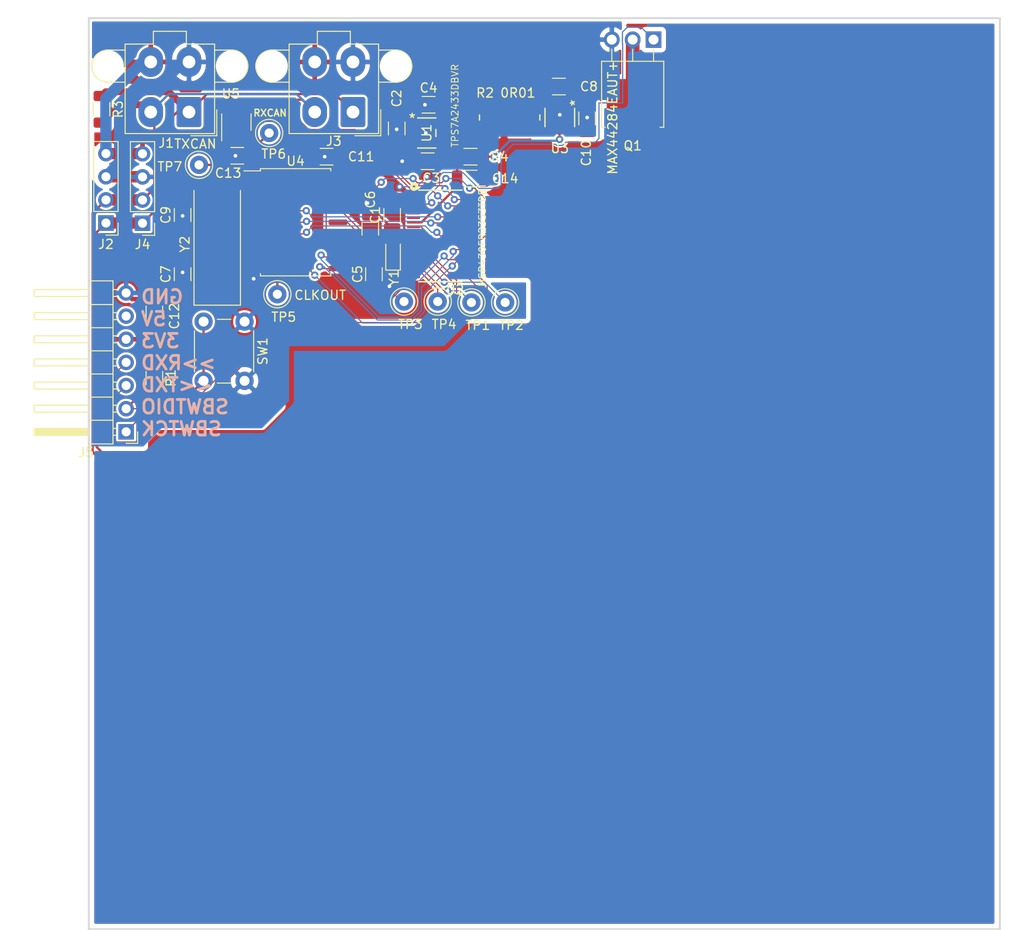
<source format=kicad_pcb>
(kicad_pcb (version 20171130) (host pcbnew "(5.1.9)-1")
  (layers (0 F.Cu signal) (31 B.Cu signal) (34 B.Paste user) (35 F.Paste user) (36 B.SilkS user) (37 F.SilkS user) (38 B.Mask user) (39 F.Mask user) (44 Edge.Cuts user))
  (net 0 "")
  (net 1 GNDPWR)
  (net 2 +12V)
  (net 3 +3V3)
  (net 4 "Net-(R2-Pad3)")
  (net 5 "Net-(R2-Pad2)")
  (net 6 "Net-(TP6-Pad1)")
  (net 7 "Net-(TP7-Pad1)")
  (net 8 GND)
  (net 9 +12P)
  (net 10 "Net-(U1-Pad4)")
  (net 11 "Net-(U2-Pad38)")
  (net 12 "Net-(U2-Pad35)")
  (net 13 "Net-(U2-Pad34)")
  (net 14 "Net-(U2-Pad33)")
  (net 15 "Net-(U2-Pad32)")
  (net 16 "Net-(U2-Pad27)")
  (net 17 "Net-(U2-Pad23)")
  (net 18 "Net-(U2-Pad22)")
  (net 19 "Net-(U2-Pad15)")
  (net 20 "Net-(U2-Pad14)")
  (net 21 "Net-(U2-Pad6)")
  (net 22 "Net-(U2-Pad5)")
  (net 23 "Net-(U2-Pad4)")
  (net 24 "Net-(U2-Pad2)")
  (net 25 "Net-(U2-Pad1)")
  (net 26 "Net-(J5-Pad6)")
  (net 27 "Net-(TP5-Pad1)")
  (net 28 /Beveiliging/XOUT)
  (net 29 /Beveiliging/XIN)
  (net 30 /Beveiliging/OSC1)
  (net 31 /Beveiliging/OSC2)
  (net 32 /Beveiliging/CANL)
  (net 33 /Beveiliging/CANH)
  (net 34 /Beveiliging/RXD)
  (net 35 /Beveiliging/TXD)
  (net 36 /Beveiliging/SBWTDIO)
  (net 37 /Beveiliging/SBWTCK)
  (net 38 /Beveiliging/~ENABLE)
  (net 39 /Beveiliging/SlaveIn)
  (net 40 /Beveiliging/SlaveOut)
  (net 41 /Beveiliging/~ChipSel)
  (net 42 /Beveiliging/SysClk)
  (net 43 /Beveiliging/SHDN_CAN)
  (net 44 /Beveiliging/RS_STBY_CAN)
  (net 45 /Beveiliging/~TX0RTS)
  (net 46 /Beveiliging/~TX1RTS)
  (net 47 /Beveiliging/~TX2RTS)
  (net 48 /Beveiliging/~RST_CAN)
  (net 49 /Beveiliging/~RX1INT)
  (net 50 /Beveiliging/~RX0INT)
  (net 51 /Beveiliging/~INT)
  (net 52 /Beveiliging/Vcurrent)
  (net 53 "Net-(R4-Pad2)")
  (module Package_TO_SOT_THT:TO-251-3-1EP_Horizontal_TabDown (layer F.Cu) (at 76.99 17.35 180)
    (fp_text reference Q1 (at 2.29 -11.653333) (layer F.SilkS))
    (fp_text value RFD14N05L)
    (pad 3 thru_hole oval (at 4.58 0 180) (size 1.7175 1.8) (drill 1.1) (layers *.Cu *.Mask) (net 1 GNDPWR))
    (pad 2 thru_hole oval (at 2.29 0 180) (size 1.7175 1.8) (drill 1.1) (layers *.Cu *.Mask) (net 8 GND))
    (pad 1 thru_hole rect (at 0 0 180) (size 1.7175 1.8) (drill 1.1) (layers *.Cu *.Mask) (net 38 /Beveiliging/~ENABLE))
    (pad 4 smd rect (at 2.29 -7.433333 180) (size 5.7 6.2) (layers F.Cu F.Paste F.Mask) (net 8 GND))
  )
  (module footprints:MSP430FR2353TDBT (layer F.Cu) (at 53.6 38.9)
    (fp_text reference U2 (at 1.6 5.9) (layer F.SilkS))
    (fp_text value MSP430FR2353TDBT (at 4.6 -0.1 90) (layer F.SilkS) (effects (font (size 0.75 0.75) (thickness 0.1))))
    (pad 38 smd rect (at 2.949948 -4.500001) (size 1.404099 0.2794) (layers F.Cu F.Paste F.Mask) (net 11 "Net-(U2-Pad38)"))
    (pad 37 smd rect (at 2.949948 -4) (size 1.404099 0.2794) (layers F.Cu F.Paste F.Mask) (net 43 /Beveiliging/SHDN_CAN))
    (pad 36 smd rect (at 2.949948 -3.500001) (size 1.404099 0.2794) (layers F.Cu F.Paste F.Mask) (net 44 /Beveiliging/RS_STBY_CAN))
    (pad 35 smd rect (at 2.949948 -2.999999) (size 1.404099 0.2794) (layers F.Cu F.Paste F.Mask) (net 12 "Net-(U2-Pad35)"))
    (pad 34 smd rect (at 2.949948 -2.5) (size 1.404099 0.2794) (layers F.Cu F.Paste F.Mask) (net 13 "Net-(U2-Pad34)"))
    (pad 33 smd rect (at 2.949948 -2.000001) (size 1.404099 0.2794) (layers F.Cu F.Paste F.Mask) (net 14 "Net-(U2-Pad33)"))
    (pad 32 smd rect (at 2.949948 -1.5) (size 1.404099 0.2794) (layers F.Cu F.Paste F.Mask) (net 15 "Net-(U2-Pad32)"))
    (pad 31 smd rect (at 2.949948 -1.000001) (size 1.404099 0.2794) (layers F.Cu F.Paste F.Mask) (net 45 /Beveiliging/~TX0RTS))
    (pad 30 smd rect (at 2.949948 -0.500002) (size 1.404099 0.2794) (layers F.Cu F.Paste F.Mask) (net 46 /Beveiliging/~TX1RTS))
    (pad 29 smd rect (at 2.949948 0) (size 1.404099 0.2794) (layers F.Cu F.Paste F.Mask) (net 47 /Beveiliging/~TX2RTS))
    (pad 28 smd rect (at 2.949948 0.499999) (size 1.404099 0.2794) (layers F.Cu F.Paste F.Mask) (net 48 /Beveiliging/~RST_CAN))
    (pad 27 smd rect (at 2.949948 1.000001) (size 1.404099 0.2794) (layers F.Cu F.Paste F.Mask) (net 16 "Net-(U2-Pad27)"))
    (pad 26 smd rect (at 2.949948 1.5) (size 1.404099 0.2794) (layers F.Cu F.Paste F.Mask) (net 49 /Beveiliging/~RX1INT))
    (pad 25 smd rect (at 2.949948 1.999999) (size 1.404099 0.2794) (layers F.Cu F.Paste F.Mask) (net 50 /Beveiliging/~RX0INT))
    (pad 24 smd rect (at 2.949948 2.5) (size 1.404099 0.2794) (layers F.Cu F.Paste F.Mask) (net 51 /Beveiliging/~INT))
    (pad 23 smd rect (at 2.949948 2.999999) (size 1.404099 0.2794) (layers F.Cu F.Paste F.Mask) (net 17 "Net-(U2-Pad23)"))
    (pad 22 smd rect (at 2.949948 3.500001) (size 1.404099 0.2794) (layers F.Cu F.Paste F.Mask) (net 18 "Net-(U2-Pad22)"))
    (pad 21 smd rect (at 2.949948 4) (size 1.404099 0.2794) (layers F.Cu F.Paste F.Mask) (net 34 /Beveiliging/RXD))
    (pad 20 smd rect (at 2.949948 4.499999) (size 1.404099 0.2794) (layers F.Cu F.Paste F.Mask) (net 35 /Beveiliging/TXD))
    (pad 19 smd rect (at -2.949948 4.500001) (size 1.404099 0.2794) (layers F.Cu F.Paste F.Mask) (net 41 /Beveiliging/~ChipSel))
    (pad 18 smd rect (at -2.949948 4) (size 1.404099 0.2794) (layers F.Cu F.Paste F.Mask) (net 42 /Beveiliging/SysClk))
    (pad 17 smd rect (at -2.949948 3.500001) (size 1.404099 0.2794) (layers F.Cu F.Paste F.Mask) (net 39 /Beveiliging/SlaveIn))
    (pad 16 smd rect (at -2.949948 2.999999) (size 1.404099 0.2794) (layers F.Cu F.Paste F.Mask) (net 40 /Beveiliging/SlaveOut))
    (pad 15 smd rect (at -2.949948 2.5) (size 1.404099 0.2794) (layers F.Cu F.Paste F.Mask) (net 19 "Net-(U2-Pad15)"))
    (pad 14 smd rect (at -2.949948 2.000001) (size 1.404099 0.2794) (layers F.Cu F.Paste F.Mask) (net 20 "Net-(U2-Pad14)"))
    (pad 13 smd rect (at -2.949948 1.5) (size 1.404099 0.2794) (layers F.Cu F.Paste F.Mask) (net 28 /Beveiliging/XOUT))
    (pad 12 smd rect (at -2.949948 1.000001) (size 1.404099 0.2794) (layers F.Cu F.Paste F.Mask) (net 29 /Beveiliging/XIN))
    (pad 11 smd rect (at -2.949948 0.499999) (size 1.404099 0.2794) (layers F.Cu F.Paste F.Mask) (net 1 GNDPWR))
    (pad 10 smd rect (at -2.949948 0) (size 1.404099 0.2794) (layers F.Cu F.Paste F.Mask) (net 3 +3V3))
    (pad 9 smd rect (at -2.949948 -0.499999) (size 1.404099 0.2794) (layers F.Cu F.Paste F.Mask) (net 36 /Beveiliging/SBWTDIO))
    (pad 8 smd rect (at -2.949948 -1.000001) (size 1.404099 0.2794) (layers F.Cu F.Paste F.Mask) (net 37 /Beveiliging/SBWTCK))
    (pad 7 smd rect (at -2.949948 -1.5) (size 1.404099 0.2794) (layers F.Cu F.Paste F.Mask) (net 52 /Beveiliging/Vcurrent))
    (pad 6 smd rect (at -2.949948 -2.000001) (size 1.404099 0.2794) (layers F.Cu F.Paste F.Mask) (net 21 "Net-(U2-Pad6)"))
    (pad 5 smd rect (at -2.949948 -2.5) (size 1.404099 0.2794) (layers F.Cu F.Paste F.Mask) (net 22 "Net-(U2-Pad5)"))
    (pad 4 smd rect (at -2.949948 -2.999999) (size 1.404099 0.2794) (layers F.Cu F.Paste F.Mask) (net 23 "Net-(U2-Pad4)"))
    (pad 3 smd rect (at -2.949948 -3.500001) (size 1.404099 0.2794) (layers F.Cu F.Paste F.Mask) (net 38 /Beveiliging/~ENABLE))
    (pad 2 smd rect (at -2.949948 -4) (size 1.404099 0.2794) (layers F.Cu F.Paste F.Mask) (net 24 "Net-(U2-Pad2)"))
    (pad 1 smd rect (at -2.949948 -4.499999) (size 1.404099 0.2794) (layers F.Cu F.Paste F.Mask) (net 25 "Net-(U2-Pad1)"))
  )
  (module Resistor_SMD:R_1206_3216Metric (layer F.Cu) (at 56.9 30.2)
    (fp_text reference R4 (at 3.2 0) (layer F.SilkS))
    (fp_text value 1.8k)
    (pad 1 smd roundrect (at -1.4625 0) (size 1.125 1.75) (layers F.Cu F.Paste F.Mask) (roundrect_rratio 0.2222213333333333) (net 52 /Beveiliging/Vcurrent))
    (pad 2 smd roundrect (at 1.4625 0) (size 1.125 1.75) (layers F.Cu F.Paste F.Mask) (roundrect_rratio 0.2222213333333333) (net 53 "Net-(R4-Pad2)"))
  )
  (module Capacitor_SMD:C_1206_3216Metric (layer F.Cu) (at 56.9 32.6)
    (fp_text reference C14 (at 3.8 0) (layer F.SilkS))
    (fp_text value 22nF)
    (pad 2 smd roundrect (at 1.475 0) (size 1.15 1.8) (layers F.Cu F.Paste F.Mask) (roundrect_rratio 0.2173904347826087) (net 1 GNDPWR))
    (pad 1 smd roundrect (at -1.475 0) (size 1.15 1.8) (layers F.Cu F.Paste F.Mask) (roundrect_rratio 0.2173904347826087) (net 52 /Beveiliging/Vcurrent))
  )
  (module Crystal:Crystal_SMD_HC49-SD (layer F.Cu) (at 29.1 39.8 90)
    (fp_text reference Y2 (at 0 -3.55 90) (layer F.SilkS))
    (fp_text value 4.0MHz)
    (pad 2 smd rect (at 4.25 0 90) (size 4.5 2) (layers F.Cu F.Paste F.Mask) (net 31 /Beveiliging/OSC2))
    (pad 1 smd rect (at -4.25 0 90) (size 4.5 2) (layers F.Cu F.Paste F.Mask) (net 30 /Beveiliging/OSC1))
  )
  (module Connector_Molex:Molex_Mini-Fit_Jr_5566-04A2_2x02_P4.20mm_Vertical (layer F.Cu) (at 44 25.3 180)
    (fp_text reference J3 (at 2.1 -3.2) (layer F.SilkS))
    (fp_text value CAN_OUT)
    (pad 1 thru_hole roundrect (at 0 0 180) (size 2.7 3.3) (drill 1.4) (layers *.Cu *.Mask) (roundrect_rratio 0.09259296296296296) (net 33 /Beveiliging/CANH))
    (pad 2 thru_hole oval (at 4.2 0 180) (size 2.7 3.3) (drill 1.4) (layers *.Cu *.Mask) (net 32 /Beveiliging/CANL))
    (pad 3 thru_hole oval (at 0 5.5 180) (size 2.7 3.3) (drill 1.4) (layers *.Cu *.Mask) (net 1 GNDPWR))
    (pad 4 thru_hole oval (at 4.2 5.5 180) (size 2.7 3.3) (drill 1.4) (layers *.Cu *.Mask) (net 2 +12V))
    (pad "" np_thru_hole circle (at -4.7 5.04 180) (size 3 3) (drill 3) (layers *.Cu *.Mask))
    (pad "" np_thru_hole circle (at 8.9 5.04 180) (size 3 3) (drill 3) (layers *.Cu *.Mask))
  )
  (module Connector_PinHeader_2.54mm:PinHeader_1x07_P2.54mm_Horizontal (layer F.Cu) (at 19.1 60.4 180)
    (fp_text reference J5 (at 4.385 -2.27) (layer F.SilkS))
    (fp_text value Launchpad_Programming)
    (pad 7 thru_hole oval (at 0 15.24 180) (size 1.7 1.7) (drill 1) (layers *.Cu *.Mask) (net 1 GNDPWR))
    (pad 6 thru_hole oval (at 0 12.7 180) (size 1.7 1.7) (drill 1) (layers *.Cu *.Mask) (net 26 "Net-(J5-Pad6)"))
    (pad 5 thru_hole oval (at 0 10.16 180) (size 1.7 1.7) (drill 1) (layers *.Cu *.Mask) (net 3 +3V3))
    (pad 4 thru_hole oval (at 0 7.62 180) (size 1.7 1.7) (drill 1) (layers *.Cu *.Mask) (net 34 /Beveiliging/RXD))
    (pad 3 thru_hole oval (at 0 5.08 180) (size 1.7 1.7) (drill 1) (layers *.Cu *.Mask) (net 35 /Beveiliging/TXD))
    (pad 2 thru_hole oval (at 0 2.54 180) (size 1.7 1.7) (drill 1) (layers *.Cu *.Mask) (net 36 /Beveiliging/SBWTDIO))
    (pad 1 thru_hole rect (at 0 0 180) (size 1.7 1.7) (drill 1) (layers *.Cu *.Mask) (net 37 /Beveiliging/SBWTCK))
  )
  (module Connector_PinHeader_2.54mm:PinHeader_1x04_P2.54mm_Vertical (layer F.Cu) (at 20.9 37.5 180)
    (fp_text reference J4 (at 0 -2.33) (layer F.SilkS))
    (fp_text value CAN_OUT)
    (pad 4 thru_hole oval (at 0 7.62 180) (size 1.7 1.7) (drill 1) (layers *.Cu *.Mask) (net 2 +12V))
    (pad 3 thru_hole oval (at 0 5.08 180) (size 1.7 1.7) (drill 1) (layers *.Cu *.Mask) (net 1 GNDPWR))
    (pad 2 thru_hole oval (at 0 2.54 180) (size 1.7 1.7) (drill 1) (layers *.Cu *.Mask) (net 32 /Beveiliging/CANL))
    (pad 1 thru_hole rect (at 0 0 180) (size 1.7 1.7) (drill 1) (layers *.Cu *.Mask) (net 33 /Beveiliging/CANH))
  )
  (module footprints:FC4L64R010FER (layer F.Cu) (at 61.2 25.9 270)
    (fp_text reference R2 (at -2.7 2.7) (layer F.SilkS))
    (fp_text value 0R01 (at -2.7 -0.9 180) (layer F.SilkS))
    (pad 4 smd rect (at 1.2065 0.6223 270) (size 1.1938 5.4102) (layers F.Cu F.Paste F.Mask) (net 9 +12P))
    (pad 3 smd rect (at 1.2065 -2.9718 270) (size 1.1938 0.7112) (layers F.Cu F.Paste F.Mask) (net 4 "Net-(R2-Pad3)"))
    (pad 2 smd rect (at -1.2065 -2.9718 270) (size 1.1938 0.7112) (layers F.Cu F.Paste F.Mask) (net 5 "Net-(R2-Pad2)"))
    (pad 1 smd rect (at -1.2065 0.6223 270) (size 1.1938 5.4102) (layers F.Cu F.Paste F.Mask) (net 2 +12V))
  )
  (module Crystal:Crystal_SMD_2012-2Pin_2.0x1.2mm_HandSoldering (layer F.Cu) (at 48.4 41 90)
    (fp_text reference Y1 (at -2.5 0.1 90) (layer F.SilkS))
    (fp_text value 32.768kHz)
    (pad 1 smd rect (at -0.925 0 90) (size 1.05 1.1) (layers F.Cu F.Paste F.Mask) (net 28 /Beveiliging/XOUT))
    (pad 2 smd rect (at 0.925 0 90) (size 1.05 1.1) (layers F.Cu F.Paste F.Mask) (net 29 /Beveiliging/XIN))
  )
  (module Package_TO_SOT_SMD:SOT-23-8_Handsoldering (layer F.Cu) (at 31.2 26.4 90)
    (fp_text reference U5 (at 3.1 -0.6 180) (layer F.SilkS))
    (fp_text value MAX3051)
    (pad 8 smd rect (at 1.35 -0.98 90) (size 1.56 0.4) (layers F.Cu F.Paste F.Mask) (net 44 /Beveiliging/RS_STBY_CAN))
    (pad 7 smd rect (at 1.35 -0.33 90) (size 1.56 0.4) (layers F.Cu F.Paste F.Mask) (net 33 /Beveiliging/CANH))
    (pad 6 smd rect (at 1.35 0.33 90) (size 1.56 0.4) (layers F.Cu F.Paste F.Mask) (net 32 /Beveiliging/CANL))
    (pad 5 smd rect (at 1.35 0.98 90) (size 1.56 0.4) (layers F.Cu F.Paste F.Mask) (net 43 /Beveiliging/SHDN_CAN))
    (pad 4 smd rect (at -1.35 0.98 90) (size 1.56 0.4) (layers F.Cu F.Paste F.Mask) (net 6 "Net-(TP6-Pad1)"))
    (pad 3 smd rect (at -1.35 0.33 90) (size 1.56 0.4) (layers F.Cu F.Paste F.Mask) (net 3 +3V3))
    (pad 2 smd rect (at -1.35 -0.33 90) (size 1.56 0.4) (layers F.Cu F.Paste F.Mask) (net 1 GNDPWR))
    (pad 1 smd rect (at -1.35 -0.98 90) (size 1.56 0.4) (layers F.Cu F.Paste F.Mask) (net 7 "Net-(TP7-Pad1)"))
  )
  (module Package_SO:SOIC-18W_7.5x11.6mm_P1.27mm (layer F.Cu) (at 37.7 37.4)
    (fp_text reference U4 (at 0 -6.72) (layer F.SilkS))
    (fp_text value MCP2515-xSO)
    (pad 18 smd roundrect (at 4.65 -5.08) (size 2.05 0.6) (layers F.Cu F.Paste F.Mask) (net 3 +3V3))
    (pad 17 smd roundrect (at 4.65 -3.81) (size 2.05 0.6) (layers F.Cu F.Paste F.Mask) (net 48 /Beveiliging/~RST_CAN))
    (pad 16 smd roundrect (at 4.65 -2.54) (size 2.05 0.6) (layers F.Cu F.Paste F.Mask) (net 41 /Beveiliging/~ChipSel))
    (pad 15 smd roundrect (at 4.65 -1.27) (size 2.05 0.6) (layers F.Cu F.Paste F.Mask) (net 40 /Beveiliging/SlaveOut))
    (pad 14 smd roundrect (at 4.65 0) (size 2.05 0.6) (layers F.Cu F.Paste F.Mask) (net 39 /Beveiliging/SlaveIn))
    (pad 13 smd roundrect (at 4.65 1.27) (size 2.05 0.6) (layers F.Cu F.Paste F.Mask) (net 42 /Beveiliging/SysClk))
    (pad 12 smd roundrect (at 4.65 2.54) (size 2.05 0.6) (layers F.Cu F.Paste F.Mask) (net 51 /Beveiliging/~INT))
    (pad 11 smd roundrect (at 4.65 3.81) (size 2.05 0.6) (layers F.Cu F.Paste F.Mask) (net 50 /Beveiliging/~RX0INT))
    (pad 10 smd roundrect (at 4.65 5.08) (size 2.05 0.6) (layers F.Cu F.Paste F.Mask) (net 49 /Beveiliging/~RX1INT))
    (pad 9 smd roundrect (at -4.65 5.08) (size 2.05 0.6) (layers F.Cu F.Paste F.Mask) (net 1 GNDPWR))
    (pad 8 smd roundrect (at -4.65 3.81) (size 2.05 0.6) (layers F.Cu F.Paste F.Mask) (net 30 /Beveiliging/OSC1))
    (pad 7 smd roundrect (at -4.65 2.54) (size 2.05 0.6) (layers F.Cu F.Paste F.Mask) (net 31 /Beveiliging/OSC2))
    (pad 6 smd roundrect (at -4.65 1.27) (size 2.05 0.6) (layers F.Cu F.Paste F.Mask) (net 47 /Beveiliging/~TX2RTS))
    (pad 5 smd roundrect (at -4.65 0) (size 2.05 0.6) (layers F.Cu F.Paste F.Mask) (net 46 /Beveiliging/~TX1RTS))
    (pad 4 smd roundrect (at -4.65 -1.27) (size 2.05 0.6) (layers F.Cu F.Paste F.Mask) (net 45 /Beveiliging/~TX0RTS))
    (pad 3 smd roundrect (at -4.65 -2.54) (size 2.05 0.6) (layers F.Cu F.Paste F.Mask) (net 27 "Net-(TP5-Pad1)"))
    (pad 2 smd roundrect (at -4.65 -3.81) (size 2.05 0.6) (layers F.Cu F.Paste F.Mask) (net 6 "Net-(TP6-Pad1)"))
    (pad 1 smd roundrect (at -4.65 -5.08) (size 2.05 0.6) (layers F.Cu F.Paste F.Mask) (net 7 "Net-(TP7-Pad1)"))
  )
  (module footprints:MAX44284EAUT&plus_ (layer F.Cu) (at 66.7 25.9 270)
    (fp_text reference U3 (at 3.4 0) (layer F.SilkS))
    (fp_text value MAX44284EAUT+ (at 0 -5.8 270) (layer F.SilkS))
    (fp_text user * (at -1.6 -1.7 90) (layer F.SilkS))
    (pad 6 smd rect (at 1.362451 -0.950001 270) (size 0.972299 0.558) (layers F.Cu F.Paste F.Mask) (net 3 +3V3))
    (pad 5 smd rect (at 1.362451 0 270) (size 0.972299 0.558) (layers F.Cu F.Paste F.Mask) (net 53 "Net-(R4-Pad2)"))
    (pad 4 smd rect (at 1.362451 0.950001 270) (size 0.972299 0.558) (layers F.Cu F.Paste F.Mask) (net 4 "Net-(R2-Pad3)"))
    (pad 3 smd rect (at -1.362451 0.950001 270) (size 0.972299 0.558) (layers F.Cu F.Paste F.Mask) (net 5 "Net-(R2-Pad2)"))
    (pad 2 smd rect (at -1.362451 0 270) (size 0.972299 0.558) (layers F.Cu F.Paste F.Mask) (net 1 GNDPWR))
    (pad 1 smd rect (at -1.362451 -0.950001 270) (size 0.972299 0.558) (layers F.Cu F.Paste F.Mask) (net 3 +3V3))
  )
  (module footprints:TPS7A2401DBVR (layer F.Cu) (at 52.1 27.6)
    (fp_text reference U1 (at 0 0 90) (layer F.SilkS))
    (fp_text value TPS7A2433DBVR (at 3.1 -3 270) (layer F.SilkS) (effects (font (size 0.75 0.75) (thickness 0.1))))
    (fp_text user * (at -1.6 -1.6) (layer F.SilkS))
    (pad 5 smd rect (at 1.36525 -0.94996) (size 0.9779 0.4572) (layers F.Cu F.Paste F.Mask) (net 3 +3V3))
    (pad 4 smd rect (at 1.36525 0.94996) (size 0.9779 0.4572) (layers F.Cu F.Paste F.Mask) (net 10 "Net-(U1-Pad4)"))
    (pad 3 smd rect (at -1.36525 0.94996) (size 0.9779 0.4572) (layers F.Cu F.Paste F.Mask) (net 2 +12V))
    (pad 2 smd rect (at -1.36525 0) (size 0.9779 0.4572) (layers F.Cu F.Paste F.Mask) (net 1 GNDPWR))
    (pad 1 smd rect (at -1.36525 -0.94996) (size 0.9779 0.4572) (layers F.Cu F.Paste F.Mask) (net 2 +12V))
  )
  (module TestPoint:TestPoint_Loop_D1.80mm_Drill1.0mm_Beaded (layer F.Cu) (at 27.1 31.1)
    (fp_text reference TP7 (at -3.2 0.2) (layer F.SilkS))
    (fp_text value TXCAN (at -0.4 -2.3) (layer F.SilkS))
    (pad 1 thru_hole circle (at 0 0) (size 2 2) (drill 1) (layers *.Cu *.Mask) (net 7 "Net-(TP7-Pad1)"))
  )
  (module TestPoint:TestPoint_Loop_D1.80mm_Drill1.0mm_Beaded (layer F.Cu) (at 34.8 27.6)
    (fp_text reference TP6 (at 0.5 2.3) (layer F.SilkS))
    (fp_text value RXCAN (at 0.1 -2.2) (layer F.SilkS) (effects (font (size 0.75 0.75))))
    (pad 1 thru_hole circle (at 0 0) (size 2 2) (drill 1) (layers *.Cu *.Mask) (net 6 "Net-(TP6-Pad1)"))
  )
  (module TestPoint:TestPoint_Loop_D1.80mm_Drill1.0mm_Beaded (layer F.Cu) (at 53.3 46.1)
    (fp_text reference TP4 (at 0.7 2.5) (layer F.SilkS))
    (fp_text value SPI_SysClk)
    (pad 1 thru_hole circle (at 0 0) (size 2 2) (drill 1) (layers *.Cu *.Mask) (net 42 /Beveiliging/SysClk))
  )
  (module TestPoint:TestPoint_Loop_D1.80mm_Drill1.0mm_Beaded (layer F.Cu) (at 49.6 46.1)
    (fp_text reference TP3 (at 0.7 2.5) (layer F.SilkS))
    (fp_text value SPI_ChipSel)
    (pad 1 thru_hole circle (at 0 0) (size 2 2) (drill 1) (layers *.Cu *.Mask) (net 41 /Beveiliging/~ChipSel))
  )
  (module TestPoint:TestPoint_Loop_D1.80mm_Drill1.0mm_Beaded (layer F.Cu) (at 60.7 46.2)
    (fp_text reference TP2 (at 0.7 2.5) (layer F.SilkS))
    (fp_text value SPI_SlaveOut)
    (pad 1 thru_hole circle (at 0 0) (size 2 2) (drill 1) (layers *.Cu *.Mask) (net 40 /Beveiliging/SlaveOut))
  )
  (module TestPoint:TestPoint_Loop_D1.80mm_Drill1.0mm_Beaded (layer F.Cu) (at 57 46.2)
    (fp_text reference TP1 (at 0.7 2.5) (layer F.SilkS))
    (fp_text value SPI_SlaveIn)
    (pad 1 thru_hole circle (at 0 0) (size 2 2) (drill 1) (layers *.Cu *.Mask) (net 39 /Beveiliging/SlaveIn))
  )
  (module TestPoint:TestPoint_Loop_D1.80mm_Drill1.0mm_Beaded (layer F.Cu) (at 35.7 45.3)
    (fp_text reference TP5 (at 0.7 2.5) (layer F.SilkS))
    (fp_text value CLKOUT (at 4.7 0.1) (layer F.SilkS))
    (pad 1 thru_hole circle (at 0 0) (size 2 2) (drill 1) (layers *.Cu *.Mask) (net 27 "Net-(TP5-Pad1)"))
  )
  (module Button_Switch_THT:SW_PUSH_6mm (layer F.Cu) (at 32.1 48.3 270)
    (fp_text reference SW1 (at 3.25 -2 90) (layer F.SilkS))
    (fp_text value SW_Push)
    (pad 2 thru_hole circle (at 0 4.5) (size 2 2) (drill 1.1) (layers *.Cu *.Mask) (net 36 /Beveiliging/SBWTDIO))
    (pad 1 thru_hole circle (at 0 0) (size 2 2) (drill 1.1) (layers *.Cu *.Mask) (net 1 GNDPWR))
    (pad 2 thru_hole circle (at 6.5 4.5) (size 2 2) (drill 1.1) (layers *.Cu *.Mask) (net 36 /Beveiliging/SBWTDIO))
    (pad 1 thru_hole circle (at 6.5 0) (size 2 2) (drill 1.1) (layers *.Cu *.Mask) (net 1 GNDPWR))
  )
  (module Resistor_SMD:R_1206_3216Metric (layer F.Cu) (at 16.4 25 270)
    (fp_text reference R3 (at 0 -1.82 90) (layer F.SilkS))
    (fp_text value DNP)
    (pad 2 smd roundrect (at 1.4625 0 270) (size 1.125 1.75) (layers F.Cu F.Paste F.Mask) (roundrect_rratio 0.2222213333333333) (net 32 /Beveiliging/CANL))
    (pad 1 smd roundrect (at -1.4625 0 270) (size 1.125 1.75) (layers F.Cu F.Paste F.Mask) (roundrect_rratio 0.2222213333333333) (net 33 /Beveiliging/CANH))
  )
  (module Resistor_SMD:R_1206_3216Metric (layer F.Cu) (at 22.2 54.5 270)
    (fp_text reference R1 (at 0 -1.82 90) (layer F.SilkS))
    (fp_text value 47k)
    (pad 2 smd roundrect (at 1.4625 0 270) (size 1.125 1.75) (layers F.Cu F.Paste F.Mask) (roundrect_rratio 0.2222213333333333) (net 36 /Beveiliging/SBWTDIO))
    (pad 1 smd roundrect (at -1.4625 0 270) (size 1.125 1.75) (layers F.Cu F.Paste F.Mask) (roundrect_rratio 0.2222213333333333) (net 3 +3V3))
  )
  (module Connector_PinHeader_2.54mm:PinHeader_1x04_P2.54mm_Vertical (layer F.Cu) (at 16.885 37.483 180)
    (fp_text reference J2 (at 0 -2.33) (layer F.SilkS))
    (fp_text value CAN_IN)
    (pad 4 thru_hole oval (at 0 7.62 180) (size 1.7 1.7) (drill 1) (layers *.Cu *.Mask) (net 2 +12V))
    (pad 3 thru_hole oval (at 0 5.08 180) (size 1.7 1.7) (drill 1) (layers *.Cu *.Mask) (net 1 GNDPWR))
    (pad 2 thru_hole oval (at 0 2.54 180) (size 1.7 1.7) (drill 1) (layers *.Cu *.Mask) (net 32 /Beveiliging/CANL))
    (pad 1 thru_hole rect (at 0 0 180) (size 1.7 1.7) (drill 1) (layers *.Cu *.Mask) (net 33 /Beveiliging/CANH))
  )
  (module Connector_Molex:Molex_Mini-Fit_Jr_5566-04A2_2x02_P4.20mm_Vertical (layer F.Cu) (at 26 25.3 180)
    (fp_text reference J1 (at 2.5 -3.4) (layer F.SilkS))
    (fp_text value CAN_IN)
    (pad 1 thru_hole roundrect (at 0 0 180) (size 2.7 3.3) (drill 1.4) (layers *.Cu *.Mask) (roundrect_rratio 0.09259296296296296) (net 33 /Beveiliging/CANH))
    (pad 2 thru_hole oval (at 4.2 0 180) (size 2.7 3.3) (drill 1.4) (layers *.Cu *.Mask) (net 32 /Beveiliging/CANL))
    (pad 3 thru_hole oval (at 0 5.5 180) (size 2.7 3.3) (drill 1.4) (layers *.Cu *.Mask) (net 1 GNDPWR))
    (pad 4 thru_hole oval (at 4.2 5.5 180) (size 2.7 3.3) (drill 1.4) (layers *.Cu *.Mask) (net 2 +12V))
    (pad "" np_thru_hole circle (at -4.7 5.04 180) (size 3 3) (drill 3) (layers *.Cu *.Mask))
    (pad "" np_thru_hole circle (at 8.9 5.04 180) (size 3 3) (drill 3) (layers *.Cu *.Mask))
  )
  (module Capacitor_SMD:C_1206_3216Metric (layer F.Cu) (at 31.3 30.1 180)
    (fp_text reference C13 (at 1 -1.9) (layer F.SilkS))
    (fp_text value 100nF)
    (pad 2 smd roundrect (at 1.475 0 180) (size 1.15 1.8) (layers F.Cu F.Paste F.Mask) (roundrect_rratio 0.2173904347826087) (net 1 GNDPWR))
    (pad 1 smd roundrect (at -1.475 0 180) (size 1.15 1.8) (layers F.Cu F.Paste F.Mask) (roundrect_rratio 0.2173904347826087) (net 3 +3V3))
  )
  (module Capacitor_SMD:C_1206_3216Metric (layer F.Cu) (at 22.2 47.3 270)
    (fp_text reference C12 (at 0.4 -2.2 270) (layer F.SilkS))
    (fp_text value 100nF)
    (pad 2 smd roundrect (at 1.475 0 270) (size 1.15 1.8) (layers F.Cu F.Paste F.Mask) (roundrect_rratio 0.2173904347826087) (net 3 +3V3))
    (pad 1 smd roundrect (at -1.475 0 270) (size 1.15 1.8) (layers F.Cu F.Paste F.Mask) (roundrect_rratio 0.2173904347826087) (net 1 GNDPWR))
  )
  (module Capacitor_SMD:C_1206_3216Metric (layer F.Cu) (at 41.1 30.2)
    (fp_text reference C11 (at 3.8 0) (layer F.SilkS))
    (fp_text value 100nF)
    (pad 2 smd roundrect (at 1.475 0) (size 1.15 1.8) (layers F.Cu F.Paste F.Mask) (roundrect_rratio 0.2173904347826087) (net 3 +3V3))
    (pad 1 smd roundrect (at -1.475 0) (size 1.15 1.8) (layers F.Cu F.Paste F.Mask) (roundrect_rratio 0.2173904347826087) (net 1 GNDPWR))
  )
  (module Capacitor_SMD:C_1206_3216Metric (layer F.Cu) (at 25.3 36.6 90)
    (fp_text reference C9 (at 0 -1.85 90) (layer F.SilkS))
    (fp_text value 18pF)
    (pad 2 smd roundrect (at 1.475 0 90) (size 1.15 1.8) (layers F.Cu F.Paste F.Mask) (roundrect_rratio 0.2173904347826087) (net 31 /Beveiliging/OSC2))
    (pad 1 smd roundrect (at -1.475 0 90) (size 1.15 1.8) (layers F.Cu F.Paste F.Mask) (roundrect_rratio 0.2173904347826087) (net 1 GNDPWR))
  )
  (module Capacitor_SMD:C_1206_3216Metric (layer F.Cu) (at 69.7 26 90)
    (fp_text reference C10 (at -3.8 -0.1 90) (layer F.SilkS))
    (fp_text value 4.7uF)
    (pad 2 smd roundrect (at 1.475 0 90) (size 1.15 1.8) (layers F.Cu F.Paste F.Mask) (roundrect_rratio 0.2173904347826087) (net 1 GNDPWR))
    (pad 1 smd roundrect (at -1.475 0 90) (size 1.15 1.8) (layers F.Cu F.Paste F.Mask) (roundrect_rratio 0.2173904347826087) (net 3 +3V3))
  )
  (module Capacitor_SMD:C_1206_3216Metric (layer F.Cu) (at 25.3 43.1 90)
    (fp_text reference C7 (at 0 -1.85 90) (layer F.SilkS))
    (fp_text value 18pF)
    (pad 2 smd roundrect (at 1.475 0 90) (size 1.15 1.8) (layers F.Cu F.Paste F.Mask) (roundrect_rratio 0.2173904347826087) (net 1 GNDPWR))
    (pad 1 smd roundrect (at -1.475 0 90) (size 1.15 1.8) (layers F.Cu F.Paste F.Mask) (roundrect_rratio 0.2173904347826087) (net 30 /Beveiliging/OSC1))
  )
  (module Capacitor_SMD:C_1206_3216Metric (layer F.Cu) (at 66.6 22.5 180)
    (fp_text reference C8 (at -3.3 0) (layer F.SilkS))
    (fp_text value 100nF)
    (pad 2 smd roundrect (at 1.475 0 180) (size 1.15 1.8) (layers F.Cu F.Paste F.Mask) (roundrect_rratio 0.2173904347826087) (net 1 GNDPWR))
    (pad 1 smd roundrect (at -1.475 0 180) (size 1.15 1.8) (layers F.Cu F.Paste F.Mask) (roundrect_rratio 0.2173904347826087) (net 3 +3V3))
  )
  (module Capacitor_SMD:C_1206_3216Metric (layer F.Cu) (at 45.9 38.1 90)
    (fp_text reference C6 (at 3.2 0 90) (layer F.SilkS))
    (fp_text value 12pF)
    (pad 2 smd roundrect (at 1.475 0 90) (size 1.15 1.8) (layers F.Cu F.Paste F.Mask) (roundrect_rratio 0.2173904347826087) (net 1 GNDPWR))
    (pad 1 smd roundrect (at -1.475 0 90) (size 1.15 1.8) (layers F.Cu F.Paste F.Mask) (roundrect_rratio 0.2173904347826087) (net 29 /Beveiliging/XIN))
  )
  (module Capacitor_SMD:C_1206_3216Metric (layer F.Cu) (at 46.3 43.1 270)
    (fp_text reference C5 (at 0 1.8 90) (layer F.SilkS))
    (fp_text value 12pF)
    (pad 2 smd roundrect (at 1.475 0 270) (size 1.15 1.8) (layers F.Cu F.Paste F.Mask) (roundrect_rratio 0.2173904347826087) (net 1 GNDPWR))
    (pad 1 smd roundrect (at -1.475 0 270) (size 1.15 1.8) (layers F.Cu F.Paste F.Mask) (roundrect_rratio 0.2173904347826087) (net 28 /Beveiliging/XOUT))
  )
  (module Capacitor_SMD:C_1206_3216Metric (layer F.Cu) (at 52.3 24.5)
    (fp_text reference C4 (at 0 -1.85) (layer F.SilkS))
    (fp_text value 100nF)
    (pad 2 smd roundrect (at 1.475 0) (size 1.15 1.8) (layers F.Cu F.Paste F.Mask) (roundrect_rratio 0.2173904347826087) (net 3 +3V3))
    (pad 1 smd roundrect (at -1.475 0) (size 1.15 1.8) (layers F.Cu F.Paste F.Mask) (roundrect_rratio 0.2173904347826087) (net 1 GNDPWR))
  )
  (module Capacitor_SMD:C_1206_3216Metric (layer F.Cu) (at 52.2 30.7 180)
    (fp_text reference C3 (at -0.4 -1.85) (layer F.SilkS))
    (fp_text value 4.7uF)
    (pad 2 smd roundrect (at 1.475 0 180) (size 1.15 1.8) (layers F.Cu F.Paste F.Mask) (roundrect_rratio 0.2173904347826087) (net 1 GNDPWR))
    (pad 1 smd roundrect (at -1.475 0 180) (size 1.15 1.8) (layers F.Cu F.Paste F.Mask) (roundrect_rratio 0.2173904347826087) (net 3 +3V3))
  )
  (module Capacitor_SMD:C_1206_3216Metric (layer F.Cu) (at 48.3 36.6 90)
    (fp_text reference C1 (at 0 -1.85 90) (layer F.SilkS))
    (fp_text value 100nF)
    (pad 2 smd roundrect (at 1.475 0 90) (size 1.15 1.8) (layers F.Cu F.Paste F.Mask) (roundrect_rratio 0.2173904347826087) (net 3 +3V3))
    (pad 1 smd roundrect (at -1.475 0 90) (size 1.15 1.8) (layers F.Cu F.Paste F.Mask) (roundrect_rratio 0.2173904347826087) (net 1 GNDPWR))
  )
  (module Capacitor_SMD:C_1206_3216Metric (layer F.Cu) (at 48.8 27.1 90)
    (fp_text reference C2 (at 3.3 0 90) (layer F.SilkS))
    (fp_text value 1uF)
    (pad 2 smd roundrect (at 1.475 0 90) (size 1.15 1.8) (layers F.Cu F.Paste F.Mask) (roundrect_rratio 0.2173904347826087) (net 2 +12V))
    (pad 1 smd roundrect (at -1.475 0 90) (size 1.15 1.8) (layers F.Cu F.Paste F.Mask) (roundrect_rratio 0.2173904347826087) (net 1 GNDPWR))
  )
  (gr_text "GND\n5V\n3V3\n>>RXD\n<<TXD\nSBWTDIO\nSBWTCK" (at 20.574 52.832) (layer B.SilkS) (effects (font (size 1.5 1.5) (thickness 0.3)) (justify right mirror)))
  (gr_line (start 115 115) (end 115 15) (layer Edge.Cuts) (width 0.2))
  (gr_line (start 15 115) (end 115 115) (layer Edge.Cuts) (width 0.2))
  (gr_line (start 15 115) (end 15 15) (layer Edge.Cuts) (width 0.2))
  (gr_line (start 115 15) (end 15 15) (layer Edge.Cuts) (width 0.2))
  (segment (start 20.883 32.403) (end 20.9 32.42) (width 1.25) (layer F.Cu) (net 1))
  (segment (start 16.885 32.403) (end 20.883 32.403) (width 1.25) (layer F.Cu) (net 1))
  (segment (start 25.3 19.8) (end 26 19.8) (width 1.25) (layer B.Cu) (net 1))
  (segment (start 22.82499 22.27501) (end 25.3 19.8) (width 1.25) (layer B.Cu) (net 1))
  (segment (start 21.42499 22.27501) (end 22.82499 22.27501) (width 1.25) (layer B.Cu) (net 1))
  (segment (start 18.560001 25.139999) (end 21.42499 22.27501) (width 1.25) (layer B.Cu) (net 1))
  (segment (start 18.560001 30.727999) (end 18.560001 25.139999) (width 1.25) (layer B.Cu) (net 1))
  (segment (start 16.885 32.403) (end 18.560001 30.727999) (width 1.25) (layer B.Cu) (net 1))
  (segment (start 30.87 29.055) (end 29.825 30.1) (width 0.25) (layer F.Cu) (net 1))
  (segment (start 30.87 27.75) (end 30.87 29.055) (width 0.25) (layer F.Cu) (net 1))
  (segment (start 19.765 45.825) (end 19.1 45.16) (width 0.5) (layer F.Cu) (net 1))
  (segment (start 22.2 45.825) (end 19.765 45.825) (width 0.5) (layer F.Cu) (net 1))
  (segment (start 49.775 27.6) (end 50.73475 27.6) (width 0.25) (layer F.Cu) (net 1))
  (segment (start 48.8 28.575) (end 49.775 27.6) (width 0.25) (layer F.Cu) (net 1))
  (segment (start 66.7 24.075) (end 66.7 24.537549) (width 0.25) (layer F.Cu) (net 1))
  (segment (start 65.125 22.5) (end 66.7 24.075) (width 0.25) (layer F.Cu) (net 1))
  (segment (start 48.3 38.11311) (end 48.3 38.075) (width 0.25) (layer F.Cu) (net 1))
  (segment (start 49.586889 39.399999) (end 48.3 38.11311) (width 0.25) (layer F.Cu) (net 1))
  (segment (start 50.650052 39.399999) (end 49.586889 39.399999) (width 0.25) (layer F.Cu) (net 1))
  (segment (start 46.85 36.625) (end 48.3 38.075) (width 0.25) (layer F.Cu) (net 1))
  (segment (start 45.9 36.625) (end 46.85 36.625) (width 0.25) (layer F.Cu) (net 1))
  (via (at 48.8 27.2) (size 0.8) (drill 0.4) (layers F.Cu B.Cu) (net 1))
  (segment (start 48.8 28.575) (end 48.8 27.2) (width 0.25) (layer F.Cu) (net 1))
  (segment (start 51.548701 27.524999) (end 51.4737 27.6) (width 0.25) (layer F.Cu) (net 1))
  (segment (start 51.548701 25.223701) (end 51.548701 27.524999) (width 0.25) (layer F.Cu) (net 1))
  (segment (start 50.825 24.5) (end 51.548701 25.223701) (width 0.25) (layer F.Cu) (net 1))
  (segment (start 66.7 21.834315) (end 66.7 24.537549) (width 0.25) (layer F.Cu) (net 1))
  (segment (start 67.259325 21.27499) (end 66.7 21.834315) (width 0.25) (layer F.Cu) (net 1))
  (segment (start 68.63818 21.27499) (end 67.259325 21.27499) (width 0.25) (layer F.Cu) (net 1))
  (segment (start 69.7 22.33681) (end 68.63818 21.27499) (width 0.25) (layer F.Cu) (net 1))
  (segment (start 69.7 24.525) (end 69.7 22.33681) (width 0.25) (layer F.Cu) (net 1))
  (via (at 69.7 25.9) (size 0.8) (drill 0.4) (layers F.Cu B.Cu) (net 1))
  (segment (start 69.7 24.525) (end 69.7 25.9) (width 0.25) (layer F.Cu) (net 1))
  (segment (start 51.4737 27.6) (end 50.73475 27.6) (width 0.25) (layer F.Cu) (net 1))
  (via (at 49.399998 30.699998) (size 0.8) (drill 0.4) (layers F.Cu B.Cu) (net 1))
  (segment (start 49.4 30.7) (end 49.399998 30.699998) (width 0.25) (layer F.Cu) (net 1))
  (segment (start 50.725 30.7) (end 49.4 30.7) (width 0.25) (layer F.Cu) (net 1))
  (via (at 59.6 32.6) (size 0.8) (drill 0.4) (layers F.Cu B.Cu) (net 1))
  (segment (start 58.375 32.6) (end 59.6 32.6) (width 0.25) (layer F.Cu) (net 1))
  (segment (start 66.7 24.537549) (end 66.7 25.6) (width 0.25) (layer F.Cu) (net 1))
  (via (at 66.7 25.6) (size 0.8) (drill 0.4) (layers F.Cu B.Cu) (net 1))
  (via (at 33.1 43.6) (size 0.8) (drill 0.4) (layers F.Cu B.Cu) (net 1))
  (segment (start 33.05 43.55) (end 33.1 43.6) (width 0.127) (layer F.Cu) (net 1))
  (segment (start 33.05 42.48) (end 33.05 43.55) (width 0.127) (layer F.Cu) (net 1))
  (via (at 45.6 35.3) (size 0.8) (drill 0.4) (layers F.Cu B.Cu) (net 1))
  (segment (start 45.9 35.6) (end 45.6 35.3) (width 0.127) (layer F.Cu) (net 1))
  (segment (start 45.9 36.625) (end 45.9 35.6) (width 0.127) (layer F.Cu) (net 1))
  (via (at 40.9 30.2) (size 0.8) (drill 0.4) (layers F.Cu B.Cu) (net 1))
  (segment (start 39.625 30.2) (end 40.9 30.2) (width 0.127) (layer F.Cu) (net 1))
  (via (at 31.1 30.1) (size 0.8) (drill 0.4) (layers F.Cu B.Cu) (net 1))
  (segment (start 29.825 30.1) (end 31.1 30.1) (width 0.127) (layer F.Cu) (net 1))
  (via (at 25.3 42.9) (size 0.8) (drill 0.4) (layers F.Cu B.Cu) (net 1))
  (segment (start 25.3 41.625) (end 25.3 42.9) (width 0.25) (layer F.Cu) (net 1))
  (via (at 25.3 36.7) (size 0.8) (drill 0.4) (layers F.Cu B.Cu) (net 1))
  (segment (start 25.3 38.075) (end 25.3 36.7) (width 0.25) (layer F.Cu) (net 1))
  (segment (start 50.825 24.5) (end 52.2 24.5) (width 0.25) (layer F.Cu) (net 1))
  (via (at 51.9 24.5) (size 0.8) (drill 0.4) (layers F.Cu B.Cu) (net 1))
  (segment (start 52.2 24.5) (end 51.9 24.5) (width 0.25) (layer F.Cu) (net 1))
  (via (at 51.999981 27.600019) (size 0.8) (drill 0.4) (layers F.Cu B.Cu) (net 1))
  (segment (start 51.4737 27.6) (end 51.999962 27.6) (width 0.25) (layer F.Cu) (net 1))
  (segment (start 51.999962 27.6) (end 51.999981 27.600019) (width 0.25) (layer F.Cu) (net 1))
  (segment (start 47.85149 44.575) (end 48 44.42649) (width 0.127) (layer F.Cu) (net 1))
  (via (at 48 44.42649) (size 0.8) (drill 0.4) (layers F.Cu B.Cu) (net 1))
  (segment (start 46.3 44.575) (end 47.85149 44.575) (width 0.127) (layer F.Cu) (net 1))
  (segment (start 20.883 29.863) (end 20.9 29.88) (width 1.25) (layer F.Cu) (net 2))
  (segment (start 16.885 29.863) (end 20.883 29.863) (width 1.25) (layer F.Cu) (net 2))
  (segment (start 16.885 23.815) (end 16.885 29.863) (width 1.25) (layer B.Cu) (net 2))
  (segment (start 20.9 19.8) (end 16.885 23.815) (width 1.25) (layer B.Cu) (net 2))
  (segment (start 21.8 19.8) (end 20.9 19.8) (width 1.25) (layer B.Cu) (net 2))
  (segment (start 47.57499 26.85001) (end 48.8 25.625) (width 0.25) (layer F.Cu) (net 2))
  (segment (start 47.57499 29.13818) (end 47.57499 26.85001) (width 0.25) (layer F.Cu) (net 2))
  (segment (start 47.91182 29.47501) (end 47.57499 29.13818) (width 0.25) (layer F.Cu) (net 2))
  (segment (start 49.8097 29.47501) (end 47.91182 29.47501) (width 0.25) (layer F.Cu) (net 2))
  (segment (start 50.73475 28.54996) (end 49.8097 29.47501) (width 0.25) (layer F.Cu) (net 2))
  (segment (start 49.82504 26.65004) (end 48.8 25.625) (width 0.75) (layer F.Cu) (net 2))
  (segment (start 50.73475 26.65004) (end 49.82504 26.65004) (width 0.75) (layer F.Cu) (net 2))
  (segment (start 48.8 25.625) (end 48.8 23.2) (width 1.75) (layer F.Cu) (net 2))
  (segment (start 31.53 28.855) (end 32.775 30.1) (width 0.25) (layer F.Cu) (net 3))
  (segment (start 31.53 27.75) (end 31.53 28.855) (width 0.25) (layer F.Cu) (net 3))
  (segment (start 20.735 50.24) (end 22.2 48.775) (width 0.5) (layer F.Cu) (net 3))
  (segment (start 19.1 50.24) (end 20.735 50.24) (width 0.5) (layer F.Cu) (net 3))
  (segment (start 42.575 32.095) (end 42.35 32.32) (width 0.5) (layer F.Cu) (net 3))
  (segment (start 42.575 30.2) (end 42.575 32.095) (width 0.5) (layer F.Cu) (net 3))
  (segment (start 38.72499 29.563988) (end 38.72499 31.08818) (width 0.25) (layer F.Cu) (net 3))
  (segment (start 38.72499 31.08818) (end 39.95681 32.32) (width 0.25) (layer F.Cu) (net 3))
  (segment (start 35.436001 26.274999) (end 38.72499 29.563988) (width 0.25) (layer F.Cu) (net 3))
  (segment (start 34.163999 26.274999) (end 35.436001 26.274999) (width 0.25) (layer F.Cu) (net 3))
  (segment (start 33.838998 26.6) (end 34.163999 26.274999) (width 0.25) (layer F.Cu) (net 3))
  (segment (start 39.95681 32.32) (end 42.35 32.32) (width 0.25) (layer F.Cu) (net 3))
  (segment (start 31.764998 26.6) (end 33.838998 26.6) (width 0.25) (layer F.Cu) (net 3))
  (segment (start 31.53 26.834998) (end 31.764998 26.6) (width 0.25) (layer F.Cu) (net 3))
  (segment (start 31.53 27.75) (end 31.53 26.834998) (width 0.25) (layer F.Cu) (net 3))
  (segment (start 53.46525 24.80975) (end 53.775 24.5) (width 0.25) (layer F.Cu) (net 3))
  (segment (start 53.46525 26.65004) (end 53.46525 24.80975) (width 0.25) (layer F.Cu) (net 3))
  (segment (start 67.650001 22.924999) (end 68.075 22.5) (width 0.25) (layer F.Cu) (net 3))
  (segment (start 67.650001 24.537549) (end 67.650001 22.924999) (width 0.25) (layer F.Cu) (net 3))
  (segment (start 67.650001 25.425001) (end 69.7 27.475) (width 0.25) (layer F.Cu) (net 3))
  (segment (start 67.650001 24.537549) (end 67.650001 25.425001) (width 0.25) (layer F.Cu) (net 3))
  (segment (start 49.623002 36.448002) (end 48.3 35.125) (width 0.25) (layer F.Cu) (net 3))
  (segment (start 49.688002 38.864702) (end 49.623002 38.799702) (width 0.25) (layer F.Cu) (net 3))
  (segment (start 49.623002 38.799702) (end 49.623002 36.448002) (width 0.25) (layer F.Cu) (net 3))
  (segment (start 49.964702 38.864702) (end 49.688002 38.864702) (width 0.25) (layer F.Cu) (net 3))
  (segment (start 50 38.9) (end 49.964702 38.864702) (width 0.25) (layer F.Cu) (net 3))
  (segment (start 50.650052 38.9) (end 50 38.9) (width 0.25) (layer F.Cu) (net 3))
  (segment (start 54.279201 27.463991) (end 53.46525 26.65004) (width 0.25) (layer F.Cu) (net 3))
  (segment (start 54.279201 30.095799) (end 54.279201 27.463991) (width 0.25) (layer F.Cu) (net 3))
  (segment (start 53.675 30.7) (end 54.279201 30.095799) (width 0.25) (layer F.Cu) (net 3))
  (segment (start 67.275001 26.325001) (end 66.325001 26.325001) (width 0.25) (layer F.Cu) (net 3))
  (segment (start 67.650001 25.950001) (end 67.275001 26.325001) (width 0.25) (layer F.Cu) (net 3))
  (segment (start 67.650001 24.537549) (end 67.650001 25.950001) (width 0.25) (layer F.Cu) (net 3))
  (segment (start 67.650001 25.950001) (end 67.650001 27.262451) (width 0.25) (layer F.Cu) (net 3))
  (segment (start 66.325001 26.325001) (end 66 26) (width 0.25) (layer F.Cu) (net 3))
  (segment (start 66 26) (end 56.5 26) (width 0.25) (layer F.Cu) (net 3))
  (segment (start 56.5 26) (end 55.3 27.2) (width 0.25) (layer F.Cu) (net 3))
  (segment (start 67.86255 27.475) (end 67.650001 27.262451) (width 0.75) (layer F.Cu) (net 3))
  (segment (start 69.7 27.475) (end 67.86255 27.475) (width 0.75) (layer F.Cu) (net 3))
  (via (at 49.117639 33.500429) (size 0.8) (drill 0.4) (layers F.Cu B.Cu) (net 3))
  (segment (start 50.999571 33.500429) (end 52.1 32.4) (width 0.127) (layer B.Cu) (net 3))
  (via (at 52.1 32.4) (size 0.8) (drill 0.4) (layers F.Cu B.Cu) (net 3))
  (segment (start 49.117639 33.500429) (end 50.999571 33.500429) (width 0.127) (layer B.Cu) (net 3))
  (segment (start 31.53 26.72) (end 31.41 26.6) (width 0.25) (layer F.Cu) (net 3))
  (segment (start 31.53 27.75) (end 31.53 26.72) (width 0.25) (layer F.Cu) (net 3))
  (segment (start 31.41 26.6) (end 31.3 26.6) (width 0.25) (layer F.Cu) (net 3))
  (segment (start 31.3 26.6) (end 29.5 26.6) (width 0.25) (layer F.Cu) (net 3))
  (segment (start 65.595999 27.108451) (end 65.595999 27.262451) (width 1.25) (layer F.Cu) (net 4))
  (segment (start 65.594048 27.1065) (end 65.595999 27.108451) (width 1.25) (layer F.Cu) (net 4))
  (segment (start 64.1718 27.1065) (end 65.594048 27.1065) (width 1.25) (layer F.Cu) (net 4))
  (segment (start 65.595999 24.691549) (end 65.595999 24.6) (width 1.25) (layer F.Cu) (net 5))
  (segment (start 65.594048 24.6935) (end 65.595999 24.691549) (width 1.25) (layer F.Cu) (net 5))
  (segment (start 64.1718 24.6935) (end 65.594048 24.6935) (width 1.25) (layer F.Cu) (net 5))
  (segment (start 34.075 33.59) (end 33.05 33.59) (width 0.25) (layer F.Cu) (net 6))
  (segment (start 34.40001 33.26499) (end 34.075 33.59) (width 0.25) (layer F.Cu) (net 6))
  (segment (start 34.40001 29.93682) (end 34.40001 33.26499) (width 0.25) (layer F.Cu) (net 6))
  (segment (start 33.33818 28.87499) (end 34.40001 29.93682) (width 0.25) (layer F.Cu) (net 6))
  (segment (start 32.27499 28.87499) (end 33.33818 28.87499) (width 0.25) (layer F.Cu) (net 6))
  (segment (start 32.18 28.78) (end 32.27499 28.87499) (width 0.25) (layer F.Cu) (net 6))
  (segment (start 32.18 27.75) (end 32.18 28.78) (width 0.25) (layer F.Cu) (net 6))
  (segment (start 33.52501 28.87499) (end 33.33818 28.87499) (width 0.25) (layer F.Cu) (net 6))
  (segment (start 34.8 27.6) (end 33.52501 28.87499) (width 0.25) (layer F.Cu) (net 6))
  (segment (start 30.25681 32.32) (end 33.05 32.32) (width 0.25) (layer F.Cu) (net 7))
  (segment (start 28.92499 30.98818) (end 30.25681 32.32) (width 0.25) (layer F.Cu) (net 7))
  (segment (start 28.92499 29.04501) (end 28.92499 30.98818) (width 0.25) (layer F.Cu) (net 7))
  (segment (start 30.22 27.75) (end 28.92499 29.04501) (width 0.25) (layer F.Cu) (net 7))
  (segment (start 28.81317 31.1) (end 28.92499 30.98818) (width 0.25) (layer F.Cu) (net 7))
  (segment (start 27.1 31.1) (end 28.81317 31.1) (width 0.25) (layer F.Cu) (net 7))
  (segment (start 74.7 17.35) (end 74.7 24.783333) (width 1.5) (layer F.Cu) (net 8))
  (segment (start 60.5777 27.1065) (end 62.1065 27.1065) (width 0.75) (layer F.Cu) (net 9))
  (segment (start 32.025 34.86) (end 33.05 34.86) (width 0.25) (layer F.Cu) (net 27))
  (segment (start 31.69999 39.016758) (end 31.69999 35.18501) (width 0.25) (layer F.Cu) (net 27))
  (segment (start 31.978242 39.29501) (end 31.69999 39.016758) (width 0.25) (layer F.Cu) (net 27))
  (segment (start 34.101778 39.29501) (end 31.978242 39.29501) (width 0.25) (layer F.Cu) (net 27))
  (segment (start 35.7 40.893232) (end 34.101778 39.29501) (width 0.25) (layer F.Cu) (net 27))
  (segment (start 31.69999 35.18501) (end 32.025 34.86) (width 0.25) (layer F.Cu) (net 27))
  (segment (start 35.7 45.3) (end 35.7 40.893232) (width 0.25) (layer F.Cu) (net 27))
  (segment (start 48.1 41.625) (end 48.4 41.925) (width 0.25) (layer F.Cu) (net 28))
  (segment (start 46.3 41.625) (end 48.1 41.625) (width 0.25) (layer F.Cu) (net 28))
  (segment (start 48.4 41.698003) (end 48.4 41.925) (width 0.25) (layer F.Cu) (net 28))
  (segment (start 49.698003 40.4) (end 48.4 41.698003) (width 0.25) (layer F.Cu) (net 28))
  (segment (start 50.650052 40.4) (end 49.698003 40.4) (width 0.25) (layer F.Cu) (net 28))
  (segment (start 48.574999 39.900001) (end 50.650052 39.900001) (width 0.25) (layer F.Cu) (net 29))
  (segment (start 48.4 40.075) (end 48.574999 39.900001) (width 0.25) (layer F.Cu) (net 29))
  (segment (start 47.9 39.575) (end 48.4 40.075) (width 0.25) (layer F.Cu) (net 29))
  (segment (start 45.9 39.575) (end 47.9 39.575) (width 0.25) (layer F.Cu) (net 29))
  (segment (start 31.94 41.21) (end 33.05 41.21) (width 0.127) (layer F.Cu) (net 30))
  (segment (start 29.1 44.05) (end 31.94 41.21) (width 0.127) (layer F.Cu) (net 30))
  (segment (start 28.575 44.575) (end 29.1 44.05) (width 0.127) (layer F.Cu) (net 30))
  (segment (start 25.3 44.575) (end 28.575 44.575) (width 0.127) (layer F.Cu) (net 30))
  (segment (start 31.113 39.94) (end 33.05 39.94) (width 0.127) (layer F.Cu) (net 31))
  (segment (start 29.1 37.927) (end 31.113 39.94) (width 0.127) (layer F.Cu) (net 31))
  (segment (start 29.1 35.55) (end 29.1 37.927) (width 0.127) (layer F.Cu) (net 31))
  (segment (start 28.675 35.125) (end 29.1 35.55) (width 0.127) (layer F.Cu) (net 31))
  (segment (start 25.3 35.125) (end 28.675 35.125) (width 0.127) (layer F.Cu) (net 31))
  (segment (start 20.883 34.943) (end 20.9 34.96) (width 1.25) (layer F.Cu) (net 32))
  (segment (start 16.885 34.943) (end 20.883 34.943) (width 1.25) (layer F.Cu) (net 32))
  (segment (start 21 24.5) (end 21.8 25.3) (width 0.75) (layer F.Cu) (net 32))
  (segment (start 18.3625 24.5) (end 21 24.5) (width 0.75) (layer F.Cu) (net 32))
  (segment (start 16.4 26.4625) (end 18.3625 24.5) (width 0.75) (layer F.Cu) (net 32))
  (segment (start 22.2 33.66) (end 20.9 34.96) (width 0.25) (layer F.Cu) (net 32))
  (segment (start 22.2 25.7) (end 22.2 33.66) (width 0.25) (layer F.Cu) (net 32))
  (segment (start 21.8 25.3) (end 22.2 25.7) (width 0.25) (layer F.Cu) (net 32))
  (segment (start 37.82499 23.32499) (end 39.8 25.3) (width 0.25) (layer B.Cu) (net 32))
  (segment (start 23.77501 23.32499) (end 37.82499 23.32499) (width 0.25) (layer B.Cu) (net 32))
  (segment (start 21.8 25.3) (end 23.77501 23.32499) (width 0.25) (layer B.Cu) (net 32))
  (segment (start 38.444999 23.944999) (end 39.8 25.3) (width 0.25) (layer F.Cu) (net 32))
  (segment (start 31.605001 23.944999) (end 38.444999 23.944999) (width 0.25) (layer F.Cu) (net 32))
  (segment (start 31.53 24.02) (end 31.605001 23.944999) (width 0.25) (layer F.Cu) (net 32))
  (segment (start 31.53 25.05) (end 31.53 24.02) (width 0.25) (layer F.Cu) (net 32))
  (segment (start 16.885 34.943) (end 15.42501 36.40299) (width 0.25) (layer F.Cu) (net 32))
  (segment (start 15.42501 62.62501) (end 15.709999 62.909999) (width 0.25) (layer F.Cu) (net 32))
  (segment (start 15.42501 36.40299) (end 15.42501 62.62501) (width 0.25) (layer F.Cu) (net 32))
  (segment (start 20.883 37.483) (end 20.9 37.5) (width 1.25) (layer F.Cu) (net 33))
  (segment (start 16.885 37.483) (end 20.883 37.483) (width 1.25) (layer F.Cu) (net 33))
  (segment (start 23.77499 23.07499) (end 26 25.3) (width 0.75) (layer F.Cu) (net 33))
  (segment (start 16.86251 23.07499) (end 23.77499 23.07499) (width 0.75) (layer F.Cu) (net 33))
  (segment (start 16.4 23.5375) (end 16.86251 23.07499) (width 0.75) (layer F.Cu) (net 33))
  (segment (start 42.02499 23.32499) (end 44 25.3) (width 0.25) (layer F.Cu) (net 33))
  (segment (start 26 25.3) (end 27.97501 23.32499) (width 0.25) (layer F.Cu) (net 33))
  (segment (start 30.17499 23.32499) (end 30.07501 23.32499) (width 0.25) (layer F.Cu) (net 33))
  (segment (start 30.87 24.02) (end 30.17499 23.32499) (width 0.25) (layer F.Cu) (net 33))
  (segment (start 30.87 25.05) (end 30.87 24.02) (width 0.25) (layer F.Cu) (net 33))
  (segment (start 30.07501 23.32499) (end 42.02499 23.32499) (width 0.25) (layer F.Cu) (net 33))
  (segment (start 27.97501 23.32499) (end 30.07501 23.32499) (width 0.25) (layer F.Cu) (net 33))
  (segment (start 22.650011 35.749989) (end 20.9 37.5) (width 0.25) (layer F.Cu) (net 33))
  (segment (start 22.650011 27.349989) (end 22.650011 35.749989) (width 0.25) (layer F.Cu) (net 33))
  (segment (start 24.7 25.3) (end 22.650011 27.349989) (width 0.25) (layer F.Cu) (net 33))
  (segment (start 26 25.3) (end 24.7 25.3) (width 0.25) (layer F.Cu) (net 33))
  (segment (start 15.875021 62.075021) (end 16.6 62.8) (width 0.25) (layer F.Cu) (net 33))
  (segment (start 15.875021 38.492979) (end 15.875021 62.075021) (width 0.25) (layer F.Cu) (net 33))
  (segment (start 16.885 37.483) (end 15.875021 38.492979) (width 0.25) (layer F.Cu) (net 33))
  (segment (start 20.409949 61.840511) (end 22.62345 59.62701) (width 0.127) (layer F.Cu) (net 34))
  (segment (start 16.535489 60.472252) (end 17.903748 61.840511) (width 0.127) (layer F.Cu) (net 34))
  (segment (start 16.535489 55.344511) (end 16.535489 60.472252) (width 0.127) (layer F.Cu) (net 34))
  (segment (start 17.903748 61.840511) (end 20.409949 61.840511) (width 0.127) (layer F.Cu) (net 34))
  (segment (start 19.1 52.78) (end 16.535489 55.344511) (width 0.127) (layer F.Cu) (net 34))
  (segment (start 34.007912 59.62701) (end 36.02701 57.607912) (width 0.127) (layer F.Cu) (net 34))
  (segment (start 22.62345 59.62701) (end 34.007912 59.62701) (width 0.127) (layer F.Cu) (net 34))
  (segment (start 36.02701 50.27299) (end 36.27299 50.02701) (width 0.127) (layer F.Cu) (net 34))
  (segment (start 36.02701 57.607912) (end 36.02701 50.27299) (width 0.127) (layer F.Cu) (net 34))
  (segment (start 53.813451 50.02701) (end 55.9 47.94046) (width 0.127) (layer F.Cu) (net 34))
  (segment (start 36.27299 50.02701) (end 53.813451 50.02701) (width 0.127) (layer F.Cu) (net 34))
  (segment (start 57.366001 42.9) (end 56.549948 42.9) (width 0.127) (layer F.Cu) (net 34))
  (segment (start 58.72701 44.261009) (end 57.366001 42.9) (width 0.127) (layer F.Cu) (net 34))
  (segment (start 58.122001 47.94046) (end 58.72701 47.335451) (width 0.127) (layer F.Cu) (net 34))
  (segment (start 58.72701 47.335451) (end 58.72701 44.261009) (width 0.127) (layer F.Cu) (net 34))
  (segment (start 55.9 47.94046) (end 58.122001 47.94046) (width 0.127) (layer F.Cu) (net 34))
  (segment (start 58.263975 45.114026) (end 56.549948 43.399999) (width 0.127) (layer F.Cu) (net 35))
  (segment (start 58.4 45.250051) (end 58.263975 45.114026) (width 0.127) (layer F.Cu) (net 35))
  (segment (start 19.1 55.32) (end 16.862499 57.557501) (width 0.127) (layer F.Cu) (net 35))
  (segment (start 33.872461 59.3) (end 35.7 57.472461) (width 0.127) (layer F.Cu) (net 35))
  (segment (start 58 47.6) (end 58.4 47.2) (width 0.127) (layer F.Cu) (net 35))
  (segment (start 16.862499 57.557501) (end 16.862499 60.336801) (width 0.127) (layer F.Cu) (net 35))
  (segment (start 16.862499 60.336801) (end 18.039199 61.513501) (width 0.127) (layer F.Cu) (net 35))
  (segment (start 18.039199 61.513501) (end 20.274499 61.513501) (width 0.127) (layer F.Cu) (net 35))
  (segment (start 55.778 47.6) (end 58 47.6) (width 0.127) (layer F.Cu) (net 35))
  (segment (start 58.4 47.2) (end 58.4 45.250051) (width 0.127) (layer F.Cu) (net 35))
  (segment (start 20.274499 61.513501) (end 22.488 59.3) (width 0.127) (layer F.Cu) (net 35))
  (segment (start 22.488 59.3) (end 33.872461 59.3) (width 0.127) (layer F.Cu) (net 35))
  (segment (start 35.7 57.472461) (end 35.7 49.9) (width 0.127) (layer F.Cu) (net 35))
  (segment (start 35.7 49.9) (end 35.9 49.7) (width 0.127) (layer F.Cu) (net 35))
  (segment (start 35.9 49.7) (end 53.678 49.7) (width 0.127) (layer F.Cu) (net 35))
  (segment (start 53.678 49.7) (end 55.778 47.6) (width 0.127) (layer F.Cu) (net 35))
  (segment (start 20.9975 55.9625) (end 19.1 57.86) (width 0.25) (layer F.Cu) (net 36))
  (segment (start 22.2 55.9625) (end 20.9975 55.9625) (width 0.25) (layer F.Cu) (net 36))
  (segment (start 26.4375 55.9625) (end 27.6 54.8) (width 0.25) (layer F.Cu) (net 36))
  (segment (start 22.2 55.9625) (end 26.4375 55.9625) (width 0.25) (layer F.Cu) (net 36))
  (segment (start 27.6 54.8) (end 27.6 48.3) (width 0.25) (layer F.Cu) (net 36))
  (segment (start 52.009488 38.930388) (end 51.479101 38.400001) (width 0.127) (layer F.Cu) (net 36))
  (segment (start 35.2 48.4) (end 53.534991 48.4) (width 0.127) (layer F.Cu) (net 36))
  (segment (start 55.045341 46.88965) (end 55.045341 44.063371) (width 0.127) (layer F.Cu) (net 36))
  (segment (start 52.009488 41.027518) (end 52.009488 38.930388) (width 0.127) (layer F.Cu) (net 36))
  (segment (start 25.74 57.86) (end 35.2 48.4) (width 0.127) (layer F.Cu) (net 36))
  (segment (start 19.1 57.86) (end 25.74 57.86) (width 0.127) (layer F.Cu) (net 36))
  (segment (start 55.045341 44.063371) (end 52.009488 41.027518) (width 0.127) (layer F.Cu) (net 36))
  (segment (start 51.479101 38.400001) (end 50.650052 38.400001) (width 0.127) (layer F.Cu) (net 36))
  (segment (start 53.534991 48.4) (end 55.045341 46.88965) (width 0.127) (layer F.Cu) (net 36))
  (segment (start 55.372352 43.772352) (end 52.336499 40.736499) (width 0.127) (layer F.Cu) (net 37))
  (segment (start 19.1 60.4) (end 20.572 58.928) (width 0.127) (layer F.Cu) (net 37))
  (segment (start 51.479101 37.899999) (end 50.650052 37.899999) (width 0.127) (layer F.Cu) (net 37))
  (segment (start 20.572 58.928) (end 26.034462 58.928) (width 0.127) (layer F.Cu) (net 37))
  (segment (start 26.034462 58.928) (end 35.662462 49.3) (width 0.127) (layer F.Cu) (net 37))
  (segment (start 35.662462 49.3) (end 53.6 49.3) (width 0.127) (layer F.Cu) (net 37))
  (segment (start 53.6 49.3) (end 55.372352 47.527648) (width 0.127) (layer F.Cu) (net 37))
  (segment (start 52.336499 40.736499) (end 52.336499 38.757397) (width 0.127) (layer F.Cu) (net 37))
  (segment (start 55.372352 47.527648) (end 55.372352 43.772352) (width 0.127) (layer F.Cu) (net 37))
  (segment (start 52.336499 38.757397) (end 51.479101 37.899999) (width 0.127) (layer F.Cu) (net 37))
  (via (at 52.645572 35.256118) (size 0.8) (drill 0.4) (layers F.Cu B.Cu) (net 38))
  (segment (start 52.501691 35.399999) (end 52.645572 35.256118) (width 0.127) (layer F.Cu) (net 38))
  (segment (start 50.650052 35.399999) (end 52.501691 35.399999) (width 0.127) (layer F.Cu) (net 38))
  (segment (start 73.6 24.3) (end 73.6 17.878365) (width 0.127) (layer B.Cu) (net 38))
  (segment (start 71 28.2) (end 71 24.3) (width 0.127) (layer B.Cu) (net 38))
  (segment (start 70.581519 28.618481) (end 71 28.2) (width 0.127) (layer B.Cu) (net 38))
  (segment (start 66.993482 28.963501) (end 67.338502 28.618481) (width 0.127) (layer B.Cu) (net 38))
  (segment (start 52.645572 35.256118) (end 52.245573 34.856119) (width 0.127) (layer B.Cu) (net 38))
  (segment (start 73.57774 17.856105) (end 73.57774 16.52226) (width 0.127) (layer B.Cu) (net 38))
  (segment (start 52.245573 34.856119) (end 52.245573 34.554427) (width 0.127) (layer B.Cu) (net 38))
  (segment (start 53.5 33.3) (end 53.5 32.318018) (width 0.127) (layer B.Cu) (net 38))
  (segment (start 74.1 16) (end 75.64 16) (width 0.127) (layer B.Cu) (net 38))
  (segment (start 52.245573 34.554427) (end 53.5 33.3) (width 0.127) (layer B.Cu) (net 38))
  (segment (start 71 24.3) (end 73.6 24.3) (width 0.127) (layer B.Cu) (net 38))
  (segment (start 53.5 32.318018) (end 53.881519 31.936499) (width 0.127) (layer B.Cu) (net 38))
  (segment (start 57.8 33.678315) (end 59.878315 33.678315) (width 0.127) (layer B.Cu) (net 38))
  (segment (start 56.058184 31.936499) (end 57.8 33.678315) (width 0.127) (layer B.Cu) (net 38))
  (segment (start 53.881519 31.936499) (end 56.058184 31.936499) (width 0.127) (layer B.Cu) (net 38))
  (segment (start 59.878315 33.678315) (end 60.263501 33.293129) (width 0.127) (layer B.Cu) (net 38))
  (segment (start 66.35652 28.963501) (end 66.993482 28.963501) (width 0.127) (layer B.Cu) (net 38))
  (segment (start 60.263501 33.293129) (end 60.263501 30.163501) (width 0.127) (layer B.Cu) (net 38))
  (segment (start 75.64 16) (end 76.99 17.35) (width 0.127) (layer B.Cu) (net 38))
  (segment (start 67.338502 28.618481) (end 70.581519 28.618481) (width 0.127) (layer B.Cu) (net 38))
  (segment (start 60.263501 30.163501) (end 61.590492 28.83651) (width 0.127) (layer B.Cu) (net 38))
  (segment (start 73.6 17.878365) (end 73.57774 17.856105) (width 0.127) (layer B.Cu) (net 38))
  (segment (start 66.229529 28.83651) (end 66.35652 28.963501) (width 0.127) (layer B.Cu) (net 38))
  (segment (start 73.57774 16.52226) (end 74.1 16) (width 0.127) (layer B.Cu) (net 38))
  (segment (start 61.590492 28.83651) (end 66.229529 28.83651) (width 0.127) (layer B.Cu) (net 38))
  (segment (start 44.3 42.1) (end 45.535977 43.335977) (width 0.127) (layer F.Cu) (net 39))
  (segment (start 49.862462 42.400001) (end 50.650052 42.400001) (width 0.127) (layer F.Cu) (net 39))
  (segment (start 43.375 37.4) (end 44.299999 38.324999) (width 0.127) (layer F.Cu) (net 39))
  (segment (start 42.35 37.4) (end 43.375 37.4) (width 0.127) (layer F.Cu) (net 39))
  (segment (start 45.535977 43.335977) (end 48.926486 43.335977) (width 0.127) (layer F.Cu) (net 39))
  (segment (start 48.926486 43.335977) (end 49.862462 42.400001) (width 0.127) (layer F.Cu) (net 39))
  (segment (start 44.299999 38.324999) (end 44.3 42.1) (width 0.127) (layer F.Cu) (net 39))
  (via (at 54.38184 44.921162) (size 0.8) (drill 0.4) (layers F.Cu B.Cu) (net 39))
  (segment (start 55.721162 44.921162) (end 54.38184 44.921162) (width 0.127) (layer B.Cu) (net 39))
  (segment (start 54.000262 44.921162) (end 54.38184 44.921162) (width 0.127) (layer F.Cu) (net 39))
  (segment (start 57 46.2) (end 55.721162 44.921162) (width 0.127) (layer B.Cu) (net 39))
  (segment (start 51.479101 42.400001) (end 54.000262 44.921162) (width 0.127) (layer F.Cu) (net 39))
  (segment (start 50.650052 42.400001) (end 51.479101 42.400001) (width 0.127) (layer F.Cu) (net 39))
  (segment (start 42.689794 36.13) (end 42.35 36.13) (width 0.127) (layer F.Cu) (net 40))
  (segment (start 44.62701 38.067216) (end 42.689794 36.13) (width 0.127) (layer F.Cu) (net 40))
  (segment (start 44.62701 41.653224) (end 44.62701 38.067216) (width 0.127) (layer F.Cu) (net 40))
  (segment (start 49.6 42.2) (end 48.8 43) (width 0.127) (layer F.Cu) (net 40))
  (segment (start 49.6 42.1) (end 49.6 42.2) (width 0.127) (layer F.Cu) (net 40))
  (segment (start 49.7032 41.9968) (end 49.6 42.1) (width 0.127) (layer F.Cu) (net 40))
  (segment (start 48.8 43) (end 45.973786 43) (width 0.127) (layer F.Cu) (net 40))
  (segment (start 49.84074 41.9968) (end 49.7032 41.9968) (width 0.127) (layer F.Cu) (net 40))
  (segment (start 49.937541 41.899999) (end 49.84074 41.9968) (width 0.127) (layer F.Cu) (net 40))
  (segment (start 45.973786 43) (end 44.62701 41.653224) (width 0.127) (layer F.Cu) (net 40))
  (segment (start 50.650052 41.899999) (end 49.937541 41.899999) (width 0.127) (layer F.Cu) (net 40))
  (via (at 54.023725 43.980285) (size 0.8) (drill 0.4) (layers F.Cu B.Cu) (net 40))
  (segment (start 50.650052 41.899999) (end 51.943439 41.899999) (width 0.127) (layer F.Cu) (net 40))
  (segment (start 51.943439 41.899999) (end 54.023725 43.980285) (width 0.127) (layer F.Cu) (net 40))
  (segment (start 60.7 46.2) (end 58.480285 43.980285) (width 0.127) (layer B.Cu) (net 40))
  (segment (start 58.480285 43.980285) (end 54.023725 43.980285) (width 0.127) (layer B.Cu) (net 40))
  (segment (start 43.645979 43.622193) (end 45.437296 45.41351) (width 0.127) (layer F.Cu) (net 41))
  (segment (start 43.645979 39.403439) (end 43.645979 43.622193) (width 0.127) (layer F.Cu) (net 41))
  (segment (start 43.47605 39.23351) (end 43.645979 39.403439) (width 0.127) (layer F.Cu) (net 41))
  (segment (start 41.303716 39.23351) (end 43.47605 39.23351) (width 0.127) (layer F.Cu) (net 41))
  (segment (start 41.06149 38.991284) (end 41.303716 39.23351) (width 0.127) (layer F.Cu) (net 41))
  (segment (start 41.06149 35.12351) (end 41.06149 38.991284) (width 0.127) (layer F.Cu) (net 41))
  (segment (start 41.325 34.86) (end 41.06149 35.12351) (width 0.127) (layer F.Cu) (net 41))
  (segment (start 42.35 34.86) (end 41.325 34.86) (width 0.127) (layer F.Cu) (net 41))
  (segment (start 50.650052 43.400001) (end 48.636543 45.41351) (width 0.127) (layer F.Cu) (net 41))
  (segment (start 47.08649 45.41351) (end 47.162704 45.41351) (width 0.127) (layer F.Cu) (net 41))
  (segment (start 45.437296 45.41351) (end 47.08649 45.41351) (width 0.127) (layer F.Cu) (net 41))
  (segment (start 49.323033 46.1) (end 48.636543 45.41351) (width 0.127) (layer F.Cu) (net 41))
  (segment (start 49.6 46.1) (end 49.323033 46.1) (width 0.127) (layer F.Cu) (net 41))
  (segment (start 48.636543 45.41351) (end 48.333041 45.717012) (width 0.127) (layer F.Cu) (net 41))
  (segment (start 47.389992 45.717012) (end 47.08649 45.41351) (width 0.127) (layer F.Cu) (net 41))
  (segment (start 48.333041 45.717012) (end 47.389992 45.717012) (width 0.127) (layer F.Cu) (net 41))
  (segment (start 43.375 38.67) (end 43.972989 39.267989) (width 0.127) (layer F.Cu) (net 42))
  (segment (start 49.13624 43.662988) (end 49.899228 42.9) (width 0.127) (layer F.Cu) (net 42))
  (segment (start 42.35 38.67) (end 43.375 38.67) (width 0.127) (layer F.Cu) (net 42))
  (segment (start 43.972989 42.235452) (end 45.400525 43.662988) (width 0.127) (layer F.Cu) (net 42))
  (segment (start 43.972989 39.267989) (end 43.972989 42.235452) (width 0.127) (layer F.Cu) (net 42))
  (segment (start 49.899228 42.9) (end 50.650052 42.9) (width 0.127) (layer F.Cu) (net 42))
  (segment (start 45.400525 43.662988) (end 49.13624 43.662988) (width 0.127) (layer F.Cu) (net 42))
  (segment (start 53.3 44.744457) (end 51.455543 42.9) (width 0.127) (layer F.Cu) (net 42))
  (segment (start 53.3 46.1) (end 53.3 44.744457) (width 0.127) (layer F.Cu) (net 42))
  (segment (start 51.455543 42.9) (end 50.650052 42.9) (width 0.127) (layer F.Cu) (net 42))
  (via (at 54.1 33.7) (size 0.8) (drill 0.4) (layers F.Cu B.Cu) (net 43))
  (segment (start 55.120807 34.720807) (end 55.120807 34.906845) (width 0.127) (layer B.Cu) (net 43))
  (segment (start 54.1 33.7) (end 55.120807 34.720807) (width 0.127) (layer B.Cu) (net 43))
  (segment (start 56.549948 34.9) (end 55.127652 34.9) (width 0.127) (layer F.Cu) (net 43))
  (via (at 55.120807 34.906845) (size 0.8) (drill 0.4) (layers F.Cu B.Cu) (net 43))
  (segment (start 55.127652 34.9) (end 55.120807 34.906845) (width 0.127) (layer F.Cu) (net 43))
  (segment (start 53.790512 33.390512) (end 54.1 33.7) (width 0.127) (layer F.Cu) (net 43))
  (segment (start 44.231528 27.21351) (end 50.40853 33.390512) (width 0.127) (layer F.Cu) (net 43))
  (segment (start 39.131663 27.21351) (end 44.231528 27.21351) (width 0.127) (layer F.Cu) (net 43))
  (segment (start 50.40853 33.390512) (end 53.790512 33.390512) (width 0.127) (layer F.Cu) (net 43))
  (segment (start 36.291142 24.372989) (end 39.131663 27.21351) (width 0.127) (layer F.Cu) (net 43))
  (segment (start 32.18 25.05) (end 32.857011 24.372989) (width 0.127) (layer F.Cu) (net 43))
  (segment (start 32.857011 24.372989) (end 36.291142 24.372989) (width 0.127) (layer F.Cu) (net 43))
  (segment (start 55.565686 35.399999) (end 55.365683 35.600002) (width 0.127) (layer F.Cu) (net 44))
  (segment (start 56.549948 35.399999) (end 55.565686 35.399999) (width 0.127) (layer F.Cu) (net 44))
  (via (at 54.4 35.600002) (size 0.8) (drill 0.4) (layers F.Cu B.Cu) (net 44))
  (segment (start 55.365683 35.600002) (end 54.4 35.600002) (width 0.127) (layer F.Cu) (net 44))
  (via (at 53.30001 34.5) (size 0.8) (drill 0.4) (layers F.Cu B.Cu) (net 44))
  (segment (start 54.4 35.600002) (end 53.30001 34.500012) (width 0.127) (layer B.Cu) (net 44))
  (segment (start 53.30001 34.500012) (end 53.30001 34.5) (width 0.127) (layer B.Cu) (net 44))
  (segment (start 52.700011 33.900001) (end 53.30001 34.5) (width 0.127) (layer F.Cu) (net 44))
  (segment (start 44.155555 27.6) (end 50.455556 33.900001) (width 0.127) (layer F.Cu) (net 44))
  (segment (start 39 27.6) (end 44.155555 27.6) (width 0.127) (layer F.Cu) (net 44))
  (segment (start 30.22 25.957) (end 30.356501 26.093501) (width 0.127) (layer F.Cu) (net 44))
  (segment (start 50.455556 33.900001) (end 52.700011 33.900001) (width 0.127) (layer F.Cu) (net 44))
  (segment (start 33.9 24.7) (end 36.1 24.7) (width 0.127) (layer F.Cu) (net 44))
  (segment (start 30.22 25.05) (end 30.22 25.957) (width 0.127) (layer F.Cu) (net 44))
  (segment (start 30.356501 26.093501) (end 32.506499 26.093501) (width 0.127) (layer F.Cu) (net 44))
  (segment (start 32.506499 26.093501) (end 33.9 24.7) (width 0.127) (layer F.Cu) (net 44))
  (segment (start 36.1 24.7) (end 39 27.6) (width 0.127) (layer F.Cu) (net 44))
  (segment (start 33.05 36.13) (end 38.87 36.13) (width 0.127) (layer F.Cu) (net 45))
  (via (at 38.87 36.13) (size 0.8) (drill 0.4) (layers F.Cu B.Cu) (net 45))
  (segment (start 54.630656 36.809756) (end 53.297424 36.809756) (width 0.127) (layer F.Cu) (net 45))
  (segment (start 55.720899 37.899999) (end 54.630656 36.809756) (width 0.127) (layer F.Cu) (net 45))
  (segment (start 56.549948 37.899999) (end 55.720899 37.899999) (width 0.127) (layer F.Cu) (net 45))
  (via (at 53.297424 36.809756) (size 0.8) (drill 0.4) (layers F.Cu B.Cu) (net 45))
  (segment (start 53.287668 36.8) (end 53.297424 36.809756) (width 0.127) (layer B.Cu) (net 45))
  (segment (start 39.54 36.8) (end 53.287668 36.8) (width 0.127) (layer B.Cu) (net 45))
  (segment (start 38.87 36.13) (end 39.54 36.8) (width 0.127) (layer B.Cu) (net 45))
  (via (at 38.9 37.3) (size 0.8) (drill 0.4) (layers F.Cu B.Cu) (net 46))
  (segment (start 38.8 37.4) (end 38.9 37.3) (width 0.127) (layer F.Cu) (net 46))
  (segment (start 33.05 37.4) (end 38.8 37.4) (width 0.127) (layer F.Cu) (net 46))
  (segment (start 54.794167 37.473266) (end 52.545927 37.473266) (width 0.127) (layer F.Cu) (net 46))
  (segment (start 52.372661 37.3) (end 52.545927 37.473266) (width 0.127) (layer B.Cu) (net 46))
  (segment (start 55.720899 38.399998) (end 54.794167 37.473266) (width 0.127) (layer F.Cu) (net 46))
  (segment (start 56.549948 38.399998) (end 55.720899 38.399998) (width 0.127) (layer F.Cu) (net 46))
  (segment (start 38.9 37.3) (end 52.372661 37.3) (width 0.127) (layer B.Cu) (net 46))
  (via (at 52.545927 37.473266) (size 0.8) (drill 0.4) (layers F.Cu B.Cu) (net 46))
  (via (at 53.2 38.5) (size 0.8) (drill 0.4) (layers F.Cu B.Cu) (net 47))
  (segment (start 56.549948 38.9) (end 53.599999 38.899999) (width 0.127) (layer F.Cu) (net 47))
  (segment (start 53.599999 38.899999) (end 53.2 38.5) (width 0.127) (layer F.Cu) (net 47))
  (via (at 38.9 38.5) (size 0.8) (drill 0.4) (layers F.Cu B.Cu) (net 47))
  (segment (start 33.05 38.67) (end 38.73 38.67) (width 0.127) (layer F.Cu) (net 47))
  (segment (start 38.73 38.67) (end 38.9 38.5) (width 0.127) (layer F.Cu) (net 47))
  (segment (start 51.934315 37.8) (end 39.6 37.8) (width 0.127) (layer B.Cu) (net 47))
  (segment (start 52.634315 38.5) (end 51.934315 37.8) (width 0.127) (layer B.Cu) (net 47))
  (segment (start 39.6 37.8) (end 38.9 38.5) (width 0.127) (layer B.Cu) (net 47))
  (segment (start 53.2 38.5) (end 52.634315 38.5) (width 0.127) (layer B.Cu) (net 47))
  (segment (start 56.549948 39.399999) (end 57.378998 39.4) (width 0.127) (layer F.Cu) (net 48))
  (via (at 54.2 32.6) (size 0.8) (drill 0.4) (layers F.Cu B.Cu) (net 48))
  (via (at 56.8 33.660297) (size 0.8) (drill 0.4) (layers F.Cu B.Cu) (net 48))
  (segment (start 55.739703 32.6) (end 56.8 33.660297) (width 0.127) (layer B.Cu) (net 48))
  (segment (start 54.2 32.6) (end 55.739703 32.6) (width 0.127) (layer B.Cu) (net 48))
  (segment (start 57.365685 33.660297) (end 56.8 33.660297) (width 0.127) (layer F.Cu) (net 48))
  (segment (start 58.663501 34.958113) (end 57.365685 33.660297) (width 0.127) (layer F.Cu) (net 48))
  (segment (start 58.663501 38.718481) (end 58.663501 34.958113) (width 0.127) (layer F.Cu) (net 48))
  (segment (start 58.118485 39.263497) (end 58.663501 38.718481) (width 0.127) (layer F.Cu) (net 48))
  (segment (start 57.515499 39.263497) (end 58.118485 39.263497) (width 0.127) (layer F.Cu) (net 48))
  (segment (start 57.378997 39.399999) (end 57.515499 39.263497) (width 0.127) (layer F.Cu) (net 48))
  (segment (start 56.549948 39.399999) (end 57.378997 39.399999) (width 0.127) (layer F.Cu) (net 48))
  (via (at 50.6 32.6) (size 0.8) (drill 0.4) (layers F.Cu B.Cu) (net 48))
  (segment (start 54.2 32.6) (end 53.736499 33.063501) (width 0.127) (layer F.Cu) (net 48))
  (segment (start 53.736499 33.063501) (end 51.063501 33.063501) (width 0.127) (layer F.Cu) (net 48))
  (segment (start 51.063501 33.063501) (end 50.6 32.6) (width 0.127) (layer F.Cu) (net 48))
  (via (at 47.1 33) (size 0.8) (drill 0.4) (layers F.Cu B.Cu) (net 48))
  (segment (start 42.35 33.59) (end 46.51 33.59) (width 0.127) (layer F.Cu) (net 48))
  (segment (start 46.51 33.59) (end 47.1 33) (width 0.127) (layer F.Cu) (net 48))
  (segment (start 50.6 32.6) (end 47.499999 32.600001) (width 0.127) (layer B.Cu) (net 48))
  (segment (start 47.499999 32.600001) (end 47.1 33) (width 0.127) (layer B.Cu) (net 48))
  (segment (start 42.35 42.48) (end 40.551654 42.48) (width 0.127) (layer F.Cu) (net 49))
  (via (at 40.354072 42.282418) (size 0.8) (drill 0.4) (layers F.Cu B.Cu) (net 49))
  (segment (start 40.551654 42.48) (end 40.354072 42.282418) (width 0.127) (layer F.Cu) (net 49))
  (segment (start 46.659472 48.12701) (end 40.81488 42.282418) (width 0.127) (layer B.Cu) (net 49))
  (via (at 55 40.6) (size 0.8) (drill 0.4) (layers F.Cu B.Cu) (net 49))
  (segment (start 51.517011 47.075452) (end 50.465452 48.12701) (width 0.127) (layer B.Cu) (net 49))
  (segment (start 56.549948 40.4) (end 55.2 40.4) (width 0.127) (layer F.Cu) (net 49))
  (segment (start 51.517011 44.564973) (end 51.517011 47.075452) (width 0.127) (layer B.Cu) (net 49))
  (segment (start 55.2 40.4) (end 55 40.6) (width 0.127) (layer F.Cu) (net 49))
  (segment (start 40.81488 42.282418) (end 40.354072 42.282418) (width 0.127) (layer B.Cu) (net 49))
  (segment (start 55 40.6) (end 55 41.081984) (width 0.127) (layer B.Cu) (net 49))
  (segment (start 50.465452 48.12701) (end 46.659472 48.12701) (width 0.127) (layer B.Cu) (net 49))
  (segment (start 55 41.081984) (end 51.517011 44.564973) (width 0.127) (layer B.Cu) (net 49))
  (via (at 40.5 41) (size 0.8) (drill 0.4) (layers F.Cu B.Cu) (net 50))
  (segment (start 42.35 41.21) (end 40.71 41.21) (width 0.127) (layer F.Cu) (net 50))
  (segment (start 40.71 41.21) (end 40.5 41) (width 0.127) (layer F.Cu) (net 50))
  (via (at 54 41.1) (size 0.8) (drill 0.4) (layers F.Cu B.Cu) (net 50))
  (segment (start 50.33 47.8) (end 51.19 46.94) (width 0.127) (layer B.Cu) (net 50))
  (segment (start 51.19 43.91) (end 54 41.1) (width 0.127) (layer B.Cu) (net 50))
  (segment (start 56.549948 40.899999) (end 55.663502 40.899999) (width 0.127) (layer F.Cu) (net 50))
  (segment (start 55.663502 40.899999) (end 55.063502 41.499999) (width 0.127) (layer F.Cu) (net 50))
  (segment (start 54.399999 41.499999) (end 54 41.1) (width 0.127) (layer F.Cu) (net 50))
  (segment (start 40.5 41) (end 40.5 41.49) (width 0.127) (layer B.Cu) (net 50))
  (segment (start 55.063502 41.499999) (end 54.399999 41.499999) (width 0.127) (layer F.Cu) (net 50))
  (segment (start 40.5 41.49) (end 46.81 47.8) (width 0.127) (layer B.Cu) (net 50))
  (segment (start 46.81 47.8) (end 50.33 47.8) (width 0.127) (layer B.Cu) (net 50))
  (segment (start 51.19 46.94) (end 51.19 43.91) (width 0.127) (layer B.Cu) (net 50))
  (via (at 39.8 43.2) (size 0.8) (drill 0.4) (layers F.Cu B.Cu) (net 51))
  (segment (start 39.400001 40.899999) (end 39.400001 42.800001) (width 0.127) (layer F.Cu) (net 51))
  (segment (start 39.400001 42.800001) (end 39.8 43.2) (width 0.127) (layer F.Cu) (net 51))
  (segment (start 42.35 39.94) (end 40.36 39.94) (width 0.127) (layer F.Cu) (net 51))
  (segment (start 40.36 39.94) (end 39.400001 40.899999) (width 0.127) (layer F.Cu) (net 51))
  (segment (start 55.7 41.4) (end 54.9 42.2) (width 0.127) (layer F.Cu) (net 51))
  (segment (start 56.549948 41.4) (end 55.7 41.4) (width 0.127) (layer F.Cu) (net 51))
  (via (at 54.9 42.2) (size 0.8) (drill 0.4) (layers F.Cu B.Cu) (net 51))
  (segment (start 39.8 43.2) (end 45.054021 48.454021) (width 0.127) (layer B.Cu) (net 51))
  (segment (start 54.822026 42.2) (end 54.9 42.2) (width 0.127) (layer B.Cu) (net 51))
  (segment (start 51.844022 45.178004) (end 54.822026 42.2) (width 0.127) (layer B.Cu) (net 51))
  (segment (start 45.054021 48.454021) (end 50.600904 48.454021) (width 0.127) (layer B.Cu) (net 51))
  (segment (start 50.600904 48.454021) (end 51.844022 47.210904) (width 0.127) (layer B.Cu) (net 51))
  (segment (start 51.844022 47.210904) (end 51.844022 45.178004) (width 0.127) (layer B.Cu) (net 51))
  (segment (start 55.4375 32.5875) (end 55.425 32.6) (width 0.25) (layer F.Cu) (net 52))
  (segment (start 55.4375 30.2) (end 55.4375 32.5875) (width 0.25) (layer F.Cu) (net 52))
  (segment (start 51.526996 37.4) (end 50.650052 37.4) (width 0.25) (layer F.Cu) (net 52))
  (segment (start 55.425 33.501996) (end 51.526996 37.4) (width 0.25) (layer F.Cu) (net 52))
  (segment (start 55.425 32.6) (end 55.425 33.501996) (width 0.25) (layer F.Cu) (net 52))
  (via (at 59.5 30.2) (size 0.8) (drill 0.4) (layers F.Cu B.Cu) (net 53))
  (segment (start 58.3625 30.2) (end 59.5 30.2) (width 0.25) (layer F.Cu) (net 53))
  (via (at 66.675001 28.3) (size 0.8) (drill 0.4) (layers F.Cu B.Cu) (net 53))
  (segment (start 66.675001 27.28745) (end 66.7 27.262451) (width 0.25) (layer F.Cu) (net 53))
  (segment (start 66.675001 28.3) (end 66.675001 27.28745) (width 0.25) (layer F.Cu) (net 53))
  (segment (start 66.527001 28.448) (end 66.675001 28.3) (width 0.25) (layer B.Cu) (net 53))
  (segment (start 61.214 28.448) (end 66.527001 28.448) (width 0.25) (layer B.Cu) (net 53))
  (segment (start 59.5 30.162) (end 61.214 28.448) (width 0.25) (layer B.Cu) (net 53))
  (segment (start 59.5 30.2) (end 59.5 30.162) (width 0.25) (layer B.Cu) (net 53))
  (zone (net 8) (net_name GND) (layer B.Cu) (connect_pads (clearance 0.508)) (min_thickness 0.254) (fill yes (arc_segments 32) (thermal_gap 0.508) (thermal_bridge_width 0.508))
    (polygon (pts (xy 115 115) (xy 15 115) (xy 15 15) (xy 115 15)))
  )
  (zone (net 9) (net_name +12P) (layer F.Cu) (connect_pads (clearance 0.508)) (min_thickness 0.254) (fill yes (arc_segments 32) (thermal_gap 0.508) (thermal_bridge_width 0.762))
    (polygon (pts (xy 115 115) (xy 15 115) (xy 15 15) (xy 115 15)))
  )
  (zone (net 3) (net_name +3V3) (layer F.Cu) (priority 1) (connect_pads (clearance 0.254)) (min_thickness 0.254) (fill yes (arc_segments 32) (thermal_gap 0.508) (thermal_bridge_width 0.508))
    (polygon (pts (xy 53 24) (xy 71 24) (xy 71 28) (xy 64 28) (xy 64 26) (xy 56 26) (xy 56 30) (xy 58 30) (xy 58 44) (xy 63 44) (xy 63 48) (xy 53 48) (xy 34 48) (xy 34 57) (xy 21 56.959489) (xy 21.000137 62.00935) (xy 14.999863 61.99065) (xy 15 15) (xy 53 15)))
  )
  (zone (net 1) (net_name GNDPWR) (layer B.Cu) (priority 1) (connect_pads (clearance 0.254)) (min_thickness 0.254) (fill yes (arc_segments 32) (thermal_gap 0.508) (thermal_bridge_width 0.508))
    (polygon (pts (xy 73.5 24) (xy 71 24) (xy 71 28) (xy 60 28) (xy 60 34) (xy 58 34) (xy 58 44) (xy 63 44) (xy 63 48) (xy 57 48) (xy 54 51) (xy 37 51) (xy 37 57) (xy 34 60.020256) (xy 23 60) (xy 21.000137 62.00935) (xy 14.999863 61.99065) (xy 15 15) (xy 73.5 15)))
  )
  (zone (net 2) (net_name +12V) (layer F.Cu) (priority 2) (connect_pads (clearance 0.508)) (min_thickness 0.254) (fill yes (arc_segments 32) (thermal_gap 0.508) (thermal_bridge_width 0.508))
    (polygon (pts (xy 73.5 26) (xy 54 26) (xy 54 24) (xy 26 24) (xy 23 27) (xy 23 36) (xy 22 37) (xy 15 37) (xy 15 15) (xy 73.5 15)))
  )
)
</source>
